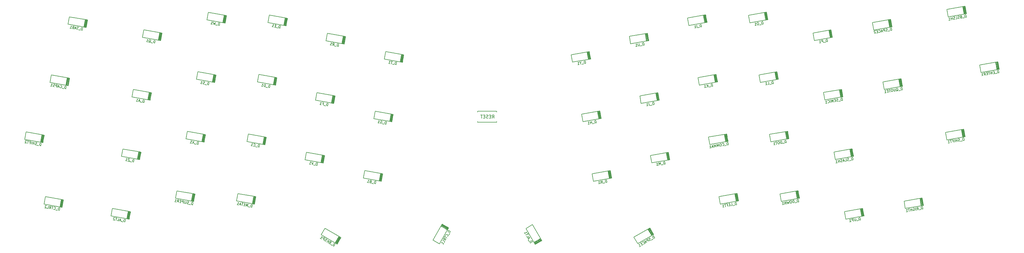
<source format=gbo>
G04 #@! TF.GenerationSoftware,KiCad,Pcbnew,(5.1.4-0-10_14)*
G04 #@! TF.CreationDate,2022-04-14T23:27:19-04:00*
G04 #@! TF.ProjectId,keyboard,6b657962-6f61-4726-942e-6b696361645f,rev?*
G04 #@! TF.SameCoordinates,Original*
G04 #@! TF.FileFunction,Legend,Bot*
G04 #@! TF.FilePolarity,Positive*
%FSLAX46Y46*%
G04 Gerber Fmt 4.6, Leading zero omitted, Abs format (unit mm)*
G04 Created by KiCad (PCBNEW (5.1.4-0-10_14)) date 2022-04-14 23:27:19*
%MOMM*%
%LPD*%
G04 APERTURE LIST*
%ADD10C,0.150000*%
%ADD11C,0.200000*%
%ADD12C,2.000000*%
%ADD13C,1.750000*%
%ADD14C,1.905000*%
%ADD15C,0.100000*%
%ADD16C,2.250000*%
%ADD17C,3.987800*%
%ADD18C,2.250000*%
%ADD19C,1.600000*%
%ADD20C,1.200000*%
%ADD21C,3.048000*%
%ADD22C,1.524000*%
G04 APERTURE END LIST*
D10*
X213876800Y-91976000D02*
X213876800Y-92226000D01*
X207876800Y-91976000D02*
X213876800Y-91976000D01*
X207876800Y-92226000D02*
X207876800Y-91976000D01*
X207876800Y-95476000D02*
X207876800Y-95226000D01*
X213876800Y-95476000D02*
X207876800Y-95476000D01*
X213876800Y-95226000D02*
X213876800Y-95476000D01*
D11*
X95690434Y-106271976D02*
X101402319Y-107279136D01*
X96107190Y-103908438D02*
X95690434Y-106271976D01*
X101819075Y-104915597D02*
X96107190Y-103908438D01*
X101745214Y-104902574D02*
X101328459Y-107266112D01*
X101622114Y-104880868D02*
X101205358Y-107244406D01*
X101426940Y-107283477D02*
X101843695Y-104919938D01*
X101449772Y-104850479D02*
X101033017Y-107214018D01*
X101277431Y-104820091D02*
X100860675Y-107183629D01*
X101105089Y-104789702D02*
X100688334Y-107153241D01*
X237761182Y-76553972D02*
X243473067Y-75546813D01*
X237344426Y-74190434D02*
X237761182Y-76553972D01*
X243056311Y-73183274D02*
X237344426Y-74190434D01*
X242982451Y-73196298D02*
X243399206Y-75559836D01*
X242859350Y-73218004D02*
X243276106Y-75581542D01*
X243497687Y-75542472D02*
X243080932Y-73178933D01*
X242687009Y-73248392D02*
X243103764Y-75611931D01*
X242514667Y-73278781D02*
X242931423Y-75642319D01*
X242342326Y-73309169D02*
X242759081Y-75672708D01*
X116013856Y-100716704D02*
X121725741Y-101723864D01*
X116430612Y-98353166D02*
X116013856Y-100716704D01*
X122142497Y-99360325D02*
X116430612Y-98353166D01*
X122068636Y-99347302D02*
X121651881Y-101710840D01*
X121945536Y-99325596D02*
X121528780Y-101689134D01*
X121750362Y-101728205D02*
X122167117Y-99364666D01*
X121773194Y-99295207D02*
X121356439Y-101658746D01*
X121600853Y-99264819D02*
X121184097Y-101628357D01*
X121428511Y-99234430D02*
X121011756Y-101597969D01*
X122629851Y-63195529D02*
X128341736Y-64202689D01*
X123046607Y-60831991D02*
X122629851Y-63195529D01*
X128758492Y-61839150D02*
X123046607Y-60831991D01*
X128684631Y-61826127D02*
X128267876Y-64189665D01*
X128561531Y-61804421D02*
X128144775Y-64167959D01*
X128366357Y-64207030D02*
X128783112Y-61843491D01*
X128389189Y-61774032D02*
X127972434Y-64137571D01*
X128216848Y-61743644D02*
X127800092Y-64107182D01*
X128044506Y-61713255D02*
X127627751Y-64076794D01*
X153535031Y-107332700D02*
X159246916Y-108339860D01*
X153951787Y-104969162D02*
X153535031Y-107332700D01*
X159663672Y-105976321D02*
X153951787Y-104969162D01*
X159589811Y-105963298D02*
X159173056Y-108326836D01*
X159466711Y-105941592D02*
X159049955Y-108305130D01*
X159271537Y-108344201D02*
X159688292Y-105980662D01*
X159294369Y-105911203D02*
X158877614Y-108274742D01*
X159122028Y-105880815D02*
X158705272Y-108244353D01*
X158949686Y-105850426D02*
X158532931Y-108213965D01*
X323856240Y-126004994D02*
X329568125Y-124997835D01*
X323439484Y-123641456D02*
X323856240Y-126004994D01*
X329151369Y-122634296D02*
X323439484Y-123641456D01*
X329077509Y-122647320D02*
X329494264Y-125010858D01*
X328954408Y-122669026D02*
X329371164Y-125032564D01*
X329592745Y-124993494D02*
X329175990Y-122629955D01*
X328782067Y-122699414D02*
X329198822Y-125062953D01*
X328609725Y-122729803D02*
X329026481Y-125093341D01*
X328437384Y-122760191D02*
X328854139Y-125123730D01*
X256087650Y-70783955D02*
X261799535Y-69776796D01*
X255670894Y-68420417D02*
X256087650Y-70783955D01*
X261382779Y-67413257D02*
X255670894Y-68420417D01*
X261308919Y-67426281D02*
X261725674Y-69789819D01*
X261185818Y-67447987D02*
X261602574Y-69811525D01*
X261824155Y-69772455D02*
X261407400Y-67408916D01*
X261013477Y-67478375D02*
X261430232Y-69841914D01*
X260841135Y-67508764D02*
X261257891Y-69872302D01*
X260668794Y-67539152D02*
X261085549Y-69902691D01*
X78855694Y-64615804D02*
X84567579Y-65622964D01*
X79272450Y-62252266D02*
X78855694Y-64615804D01*
X84984335Y-63259425D02*
X79272450Y-62252266D01*
X84910474Y-63246402D02*
X84493719Y-65609940D01*
X84787374Y-63224696D02*
X84370618Y-65588234D01*
X84592200Y-65627305D02*
X85008955Y-63263766D01*
X84615032Y-63194307D02*
X84198277Y-65557846D01*
X84442691Y-63163919D02*
X84025935Y-65527457D01*
X84270349Y-63133530D02*
X83853594Y-65497069D01*
X178477494Y-75581542D02*
X184189379Y-76588702D01*
X178894250Y-73218004D02*
X178477494Y-75581542D01*
X184606135Y-74225163D02*
X178894250Y-73218004D01*
X184532274Y-74212140D02*
X184115519Y-76575678D01*
X184409174Y-74190434D02*
X183992418Y-76553972D01*
X184214000Y-76593043D02*
X184630755Y-74229504D01*
X184236832Y-74160045D02*
X183820077Y-76523584D01*
X184064491Y-74129657D02*
X183647735Y-76493195D01*
X183892149Y-74099268D02*
X183475394Y-76462807D01*
X112705858Y-119477292D02*
X118417743Y-120484452D01*
X113122614Y-117113754D02*
X112705858Y-119477292D01*
X118834499Y-118120913D02*
X113122614Y-117113754D01*
X118760638Y-118107890D02*
X118343883Y-120471428D01*
X118637538Y-118086184D02*
X118220782Y-120449722D01*
X118442364Y-120488793D02*
X118859119Y-118125254D01*
X118465196Y-118055795D02*
X118048441Y-120419334D01*
X118292855Y-118025407D02*
X117876099Y-120388945D01*
X118120513Y-117995018D02*
X117703758Y-120358557D01*
X332692835Y-66415233D02*
X338404720Y-65408074D01*
X332276079Y-64051695D02*
X332692835Y-66415233D01*
X337987964Y-63044535D02*
X332276079Y-64051695D01*
X337914104Y-63057559D02*
X338330859Y-65421097D01*
X337791003Y-63079265D02*
X338207759Y-65442803D01*
X338429340Y-65403733D02*
X338012585Y-63040194D01*
X337618662Y-63109653D02*
X338035417Y-65473192D01*
X337446320Y-63140042D02*
X337863076Y-65503580D01*
X337273979Y-63170430D02*
X337690734Y-65533969D01*
X258309429Y-133785670D02*
X263332376Y-130885670D01*
X257109429Y-131707210D02*
X258309429Y-133785670D01*
X262132376Y-128807210D02*
X257109429Y-131707210D01*
X262067424Y-128844710D02*
X263267424Y-130923170D01*
X261959171Y-128907210D02*
X263159171Y-130985670D01*
X263354027Y-130873170D02*
X262154027Y-128794710D01*
X261807617Y-128994710D02*
X263007617Y-131073170D01*
X261656062Y-129082210D02*
X262856062Y-131160670D01*
X261504508Y-129169710D02*
X262704508Y-131248170D01*
X320548242Y-107244406D02*
X326260127Y-106237247D01*
X320131486Y-104880868D02*
X320548242Y-107244406D01*
X325843371Y-103873708D02*
X320131486Y-104880868D01*
X325769511Y-103886732D02*
X326186266Y-106250270D01*
X325646410Y-103908438D02*
X326063166Y-106271976D01*
X326284747Y-106232906D02*
X325867992Y-103869367D01*
X325474069Y-103938826D02*
X325890824Y-106302365D01*
X325301727Y-103969215D02*
X325718483Y-106332753D01*
X325129386Y-103999603D02*
X325546141Y-106363142D01*
X65204478Y-100896480D02*
X70916363Y-101903640D01*
X65621234Y-98532942D02*
X65204478Y-100896480D01*
X71333119Y-99540101D02*
X65621234Y-98532942D01*
X71259258Y-99527078D02*
X70842503Y-101890616D01*
X71136158Y-99505372D02*
X70719402Y-101868910D01*
X70940984Y-101907981D02*
X71357739Y-99544442D01*
X70963816Y-99474983D02*
X70547061Y-101838522D01*
X70791475Y-99444595D02*
X70374719Y-101808133D01*
X70619133Y-99414206D02*
X70202378Y-101777745D01*
X355724345Y-101041910D02*
X361436230Y-100034751D01*
X355307589Y-98678372D02*
X355724345Y-101041910D01*
X361019474Y-97671212D02*
X355307589Y-98678372D01*
X360945614Y-97684236D02*
X361362369Y-100047774D01*
X360822513Y-97705942D02*
X361239269Y-100069480D01*
X361460850Y-100030410D02*
X361044095Y-97666871D01*
X360650172Y-97736330D02*
X361066927Y-100099869D01*
X360477830Y-97766719D02*
X360894586Y-100130257D01*
X360305489Y-97797107D02*
X360722244Y-100160646D01*
X317240245Y-88483819D02*
X322952130Y-87476660D01*
X316823489Y-86120281D02*
X317240245Y-88483819D01*
X322535374Y-85113121D02*
X316823489Y-86120281D01*
X322461514Y-85126145D02*
X322878269Y-87489683D01*
X322338413Y-85147851D02*
X322755169Y-87511389D01*
X322976750Y-87472319D02*
X322559995Y-85108780D01*
X322166072Y-85178239D02*
X322582827Y-87541778D01*
X321993730Y-85208628D02*
X322410486Y-87572166D01*
X321821389Y-85239016D02*
X322238144Y-87602555D01*
X119321854Y-81956117D02*
X125033739Y-82963277D01*
X119738610Y-79592579D02*
X119321854Y-81956117D01*
X125450495Y-80599738D02*
X119738610Y-79592579D01*
X125376634Y-80586715D02*
X124959879Y-82950253D01*
X125253534Y-80565009D02*
X124836778Y-82928547D01*
X125058360Y-82967618D02*
X125475115Y-80604079D01*
X125081192Y-80534620D02*
X124664437Y-82898159D01*
X124908851Y-80504232D02*
X124492095Y-82867770D01*
X124736509Y-80473843D02*
X124319754Y-82837382D01*
X342616828Y-122696996D02*
X348328713Y-121689837D01*
X342200072Y-120333458D02*
X342616828Y-122696996D01*
X347911957Y-119326298D02*
X342200072Y-120333458D01*
X347838097Y-119339322D02*
X348254852Y-121702860D01*
X347714996Y-119361028D02*
X348131752Y-121724566D01*
X348353333Y-121685496D02*
X347936578Y-119321957D01*
X347542655Y-119391416D02*
X347959410Y-121754955D01*
X347370313Y-119421805D02*
X347787069Y-121785343D01*
X347197972Y-119452193D02*
X347614727Y-121815732D01*
X160151026Y-69811525D02*
X165862911Y-70818685D01*
X160567782Y-67447987D02*
X160151026Y-69811525D01*
X166279667Y-68455146D02*
X160567782Y-67447987D01*
X166205806Y-68442123D02*
X165789051Y-70805661D01*
X166082706Y-68420417D02*
X165665950Y-70783955D01*
X165887532Y-70823026D02*
X166304287Y-68459487D01*
X165910364Y-68390028D02*
X165493609Y-70753567D01*
X165738023Y-68359640D02*
X165321267Y-70723178D01*
X165565681Y-68329251D02*
X165148926Y-70692790D01*
X336000833Y-85175821D02*
X341712718Y-84168662D01*
X335584077Y-82812283D02*
X336000833Y-85175821D01*
X341295962Y-81805123D02*
X335584077Y-82812283D01*
X341222102Y-81818147D02*
X341638857Y-84181685D01*
X341099001Y-81839853D02*
X341515757Y-84203391D01*
X341737338Y-84164321D02*
X341320583Y-81800782D01*
X340926660Y-81870241D02*
X341343415Y-84233780D01*
X340754318Y-81900630D02*
X341171074Y-84264168D01*
X340581977Y-81931018D02*
X340998732Y-84294557D01*
X102306429Y-68750801D02*
X108018314Y-69757961D01*
X102723185Y-66387263D02*
X102306429Y-68750801D01*
X108435070Y-67394422D02*
X102723185Y-66387263D01*
X108361209Y-67381399D02*
X107944454Y-69744937D01*
X108238109Y-67359693D02*
X107821353Y-69723231D01*
X108042935Y-69762302D02*
X108459690Y-67398763D01*
X108065767Y-67329304D02*
X107649012Y-69692843D01*
X107893426Y-67298916D02*
X107476670Y-69662454D01*
X107721084Y-67268527D02*
X107304329Y-69632066D01*
X313932247Y-69723231D02*
X319644132Y-68716072D01*
X313515491Y-67359693D02*
X313932247Y-69723231D01*
X319227376Y-66352533D02*
X313515491Y-67359693D01*
X319153516Y-66365557D02*
X319570271Y-68729095D01*
X319030415Y-66387263D02*
X319447171Y-68750801D01*
X319668752Y-68711731D02*
X319251997Y-66348192D01*
X318858074Y-66417651D02*
X319274829Y-68781190D01*
X318685732Y-66448040D02*
X319102488Y-68811578D01*
X318513391Y-66478428D02*
X318930146Y-68841967D01*
X293608825Y-64167959D02*
X299320710Y-63160800D01*
X293192069Y-61804421D02*
X293608825Y-64167959D01*
X298903954Y-60797261D02*
X293192069Y-61804421D01*
X298830094Y-60810285D02*
X299246849Y-63173823D01*
X298706993Y-60831991D02*
X299123749Y-63195529D01*
X299345330Y-63156459D02*
X298928575Y-60792920D01*
X298534652Y-60862379D02*
X298951407Y-63225918D01*
X298362310Y-60892768D02*
X298779066Y-63256306D01*
X298189969Y-60923156D02*
X298606724Y-63286695D01*
X244377177Y-114075147D02*
X250089062Y-113067988D01*
X243960421Y-111711609D02*
X244377177Y-114075147D01*
X249672306Y-110704449D02*
X243960421Y-111711609D01*
X249598446Y-110717473D02*
X250015201Y-113081011D01*
X249475345Y-110739179D02*
X249892101Y-113102717D01*
X250113682Y-113063647D02*
X249696927Y-110700108D01*
X249303004Y-110769567D02*
X249719759Y-113133106D01*
X249130662Y-110799956D02*
X249547418Y-113163494D01*
X248958321Y-110830344D02*
X249375076Y-113193883D01*
X131900565Y-120323271D02*
X137612450Y-121330431D01*
X132317321Y-117959733D02*
X131900565Y-120323271D01*
X138029206Y-118966892D02*
X132317321Y-117959733D01*
X137955345Y-118953869D02*
X137538590Y-121317407D01*
X137832245Y-118932163D02*
X137415489Y-121295701D01*
X137637071Y-121334772D02*
X138053826Y-118971233D01*
X137659903Y-118901774D02*
X137243148Y-121265313D01*
X137487562Y-118871386D02*
X137070806Y-121234924D01*
X137315220Y-118840997D02*
X136898465Y-121204536D01*
X262703645Y-108305130D02*
X268415530Y-107297971D01*
X262286889Y-105941592D02*
X262703645Y-108305130D01*
X267998774Y-104934432D02*
X262286889Y-105941592D01*
X267924914Y-104947456D02*
X268341669Y-107310994D01*
X267801813Y-104969162D02*
X268218569Y-107332700D01*
X268440150Y-107293630D02*
X268023395Y-104930091D01*
X267629472Y-104999550D02*
X268046227Y-107363089D01*
X267457130Y-105029939D02*
X267873886Y-107393477D01*
X267284789Y-105060327D02*
X267701544Y-107423866D01*
X284338111Y-121295701D02*
X290049996Y-120288542D01*
X283921355Y-118932163D02*
X284338111Y-121295701D01*
X289633240Y-117925003D02*
X283921355Y-118932163D01*
X289559380Y-117938027D02*
X289976135Y-120301565D01*
X289436279Y-117959733D02*
X289853035Y-120323271D01*
X290074616Y-120284201D02*
X289657861Y-117920662D01*
X289263938Y-117990121D02*
X289680693Y-120353660D01*
X289091596Y-118020510D02*
X289508352Y-120384048D01*
X288919255Y-118050898D02*
X289336010Y-120414437D01*
X296916823Y-82928547D02*
X302628708Y-81921388D01*
X296500067Y-80565009D02*
X296916823Y-82928547D01*
X302211952Y-79557849D02*
X296500067Y-80565009D01*
X302138092Y-79570873D02*
X302554847Y-81934411D01*
X302014991Y-79592579D02*
X302431747Y-81956117D01*
X302653328Y-81917047D02*
X302236573Y-79553508D01*
X301842650Y-79622967D02*
X302259405Y-81986506D01*
X301670308Y-79653356D02*
X302087064Y-82016894D01*
X301497967Y-79683744D02*
X301914722Y-82047283D01*
X277722116Y-83774526D02*
X283434001Y-82767367D01*
X277305360Y-81410988D02*
X277722116Y-83774526D01*
X283017245Y-80403828D02*
X277305360Y-81410988D01*
X282943385Y-80416852D02*
X283360140Y-82780390D01*
X282820284Y-80438558D02*
X283237040Y-82802096D01*
X283458621Y-82763026D02*
X283041866Y-80399487D01*
X282647943Y-80468946D02*
X283064698Y-82832485D01*
X282475601Y-80499335D02*
X282892357Y-82862873D01*
X282303260Y-80529723D02*
X282720015Y-82893262D01*
X259395648Y-89544543D02*
X265107533Y-88537384D01*
X258978892Y-87181005D02*
X259395648Y-89544543D01*
X264690777Y-86173845D02*
X258978892Y-87181005D01*
X264616917Y-86186869D02*
X265033672Y-88550407D01*
X264493816Y-86208575D02*
X264910572Y-88572113D01*
X265132153Y-88533043D02*
X264715398Y-86169504D01*
X264321475Y-86238963D02*
X264738230Y-88602502D01*
X264149133Y-86269352D02*
X264565889Y-88632890D01*
X263976792Y-86299740D02*
X264393547Y-88663279D01*
X274414118Y-65013938D02*
X280126003Y-64006779D01*
X273997362Y-62650400D02*
X274414118Y-65013938D01*
X279709247Y-61643240D02*
X273997362Y-62650400D01*
X279635387Y-61656264D02*
X280052142Y-64019802D01*
X279512286Y-61677970D02*
X279929042Y-64041508D01*
X280150623Y-64002438D02*
X279733868Y-61638899D01*
X279339945Y-61708358D02*
X279756700Y-64071897D01*
X279167603Y-61738747D02*
X279584359Y-64102285D01*
X278995262Y-61769135D02*
X279412017Y-64132674D01*
X241069180Y-95314560D02*
X246781065Y-94307401D01*
X240652424Y-92951022D02*
X241069180Y-95314560D01*
X246364309Y-91943862D02*
X240652424Y-92951022D01*
X246290449Y-91956886D02*
X246707204Y-94320424D01*
X246167348Y-91978592D02*
X246584104Y-94342130D01*
X246805685Y-94303060D02*
X246388930Y-91939521D01*
X245995007Y-92008980D02*
X246411762Y-94372519D01*
X245822665Y-92039369D02*
X246239421Y-94402907D01*
X245650324Y-92069757D02*
X246067079Y-94433296D01*
X175169497Y-94342130D02*
X180881382Y-95349290D01*
X175586253Y-91978592D02*
X175169497Y-94342130D01*
X181298138Y-92985751D02*
X175586253Y-91978592D01*
X181224277Y-92972728D02*
X180807522Y-95336266D01*
X181101177Y-92951022D02*
X180684421Y-95314560D01*
X180906003Y-95353631D02*
X181322758Y-92990092D01*
X180928835Y-92920633D02*
X180512080Y-95284172D01*
X180756494Y-92890245D02*
X180339738Y-95253783D01*
X180584152Y-92859856D02*
X180167397Y-95223395D01*
X156843029Y-88572113D02*
X162554914Y-89579273D01*
X157259785Y-86208575D02*
X156843029Y-88572113D01*
X162971670Y-87215734D02*
X157259785Y-86208575D01*
X162897809Y-87202711D02*
X162481054Y-89566249D01*
X162774709Y-87181005D02*
X162357953Y-89544543D01*
X162579535Y-89583614D02*
X162996290Y-87220075D01*
X162602367Y-87150616D02*
X162185612Y-89514155D01*
X162430026Y-87120228D02*
X162013270Y-89483766D01*
X162257684Y-87089839D02*
X161840929Y-89453378D01*
X366486788Y-79800325D02*
X372198673Y-78793166D01*
X366070032Y-77436787D02*
X366486788Y-79800325D01*
X371781917Y-76429627D02*
X366070032Y-77436787D01*
X371708057Y-76442651D02*
X372124812Y-78806189D01*
X371584956Y-76464357D02*
X372001712Y-78827895D01*
X372223293Y-78788825D02*
X371806538Y-76425286D01*
X371412615Y-76494745D02*
X371829370Y-78858284D01*
X371240273Y-76525134D02*
X371657029Y-78888672D01*
X371067932Y-76555522D02*
X371484687Y-78919061D01*
X141824558Y-64041508D02*
X147536443Y-65048668D01*
X142241314Y-61677970D02*
X141824558Y-64041508D01*
X147953199Y-62685129D02*
X142241314Y-61677970D01*
X147879338Y-62672106D02*
X147462583Y-65035644D01*
X147756238Y-62650400D02*
X147339482Y-65013938D01*
X147561064Y-65053009D02*
X147977819Y-62689470D01*
X147583896Y-62620011D02*
X147167141Y-64983550D01*
X147411555Y-62589623D02*
X146994799Y-64953161D01*
X147239213Y-62559234D02*
X146822458Y-64922773D01*
X303532818Y-120449722D02*
X309244703Y-119442563D01*
X303116062Y-118086184D02*
X303532818Y-120449722D01*
X308827947Y-117079024D02*
X303116062Y-118086184D01*
X308754087Y-117092048D02*
X309170842Y-119455586D01*
X308630986Y-117113754D02*
X309047742Y-119477292D01*
X309269323Y-119438222D02*
X308852568Y-117074683D01*
X308458645Y-117144142D02*
X308875400Y-119507681D01*
X308286303Y-117174531D02*
X308703059Y-119538069D01*
X308113962Y-117204919D02*
X308530717Y-119568458D01*
X300224820Y-101689134D02*
X305936705Y-100681975D01*
X299808064Y-99325596D02*
X300224820Y-101689134D01*
X305519949Y-98318436D02*
X299808064Y-99325596D01*
X305446089Y-98331460D02*
X305862844Y-100694998D01*
X305322988Y-98353166D02*
X305739744Y-100716704D01*
X305961325Y-100677634D02*
X305544570Y-98314095D01*
X305150647Y-98383554D02*
X305567402Y-100747093D01*
X304978305Y-98413943D02*
X305395061Y-100777481D01*
X304805964Y-98444331D02*
X305222719Y-100807870D01*
X138516561Y-82802096D02*
X144228446Y-83809256D01*
X138933317Y-80438558D02*
X138516561Y-82802096D01*
X144645202Y-81445717D02*
X138933317Y-80438558D01*
X144571341Y-81432694D02*
X144154586Y-83796232D01*
X144448241Y-81410988D02*
X144031485Y-83774526D01*
X144253067Y-83813597D02*
X144669822Y-81450058D01*
X144275899Y-81380599D02*
X143859144Y-83744138D01*
X144103558Y-81350211D02*
X143686802Y-83713749D01*
X143931216Y-81319822D02*
X143514461Y-83683361D01*
X71276775Y-121311067D02*
X76988660Y-122318227D01*
X71693531Y-118947529D02*
X71276775Y-121311067D01*
X77405416Y-119954688D02*
X71693531Y-118947529D01*
X77331555Y-119941665D02*
X76914800Y-122305203D01*
X77208455Y-119919959D02*
X76791699Y-122283497D01*
X77013281Y-122322568D02*
X77430036Y-119959029D01*
X77036113Y-119889570D02*
X76619358Y-122253109D01*
X76863772Y-119859182D02*
X76447016Y-122222720D01*
X76691430Y-119828793D02*
X76274675Y-122192332D01*
X195857577Y-133816504D02*
X198757577Y-128793557D01*
X193779117Y-132616504D02*
X195857577Y-133816504D01*
X196679117Y-127593557D02*
X193779117Y-132616504D01*
X196641617Y-127658509D02*
X198720077Y-128858509D01*
X196579117Y-127766762D02*
X198657577Y-128966762D01*
X198770077Y-128771906D02*
X196691617Y-127571906D01*
X196491617Y-127918316D02*
X198570077Y-129118316D01*
X196404117Y-128069871D02*
X198482577Y-129269871D01*
X196316617Y-128221425D02*
X198395077Y-129421425D01*
X281030113Y-102535113D02*
X286741998Y-101527954D01*
X280613357Y-100171575D02*
X281030113Y-102535113D01*
X286325242Y-99164415D02*
X280613357Y-100171575D01*
X286251382Y-99177439D02*
X286668137Y-101540977D01*
X286128281Y-99199145D02*
X286545037Y-101562683D01*
X286766618Y-101523613D02*
X286349863Y-99160074D01*
X285955940Y-99229533D02*
X286372695Y-101593072D01*
X285783598Y-99259922D02*
X286200354Y-101623460D01*
X285611257Y-99290310D02*
X286028012Y-101653849D01*
X73202623Y-82962892D02*
X78914508Y-83970052D01*
X73619379Y-80599354D02*
X73202623Y-82962892D01*
X79331264Y-81606513D02*
X73619379Y-80599354D01*
X79257403Y-81593490D02*
X78840648Y-83957028D01*
X79134303Y-81571784D02*
X78717547Y-83935322D01*
X78939129Y-83974393D02*
X79355884Y-81610854D01*
X78961961Y-81541395D02*
X78545206Y-83904934D01*
X78789620Y-81511007D02*
X78372864Y-83874545D01*
X78617278Y-81480618D02*
X78200523Y-83844157D01*
X135208563Y-101562683D02*
X140920448Y-102569843D01*
X135625319Y-99199145D02*
X135208563Y-101562683D01*
X141337204Y-100206304D02*
X135625319Y-99199145D01*
X141263343Y-100193281D02*
X140846588Y-102556819D01*
X141140243Y-100171575D02*
X140723487Y-102535113D01*
X140945069Y-102574184D02*
X141361824Y-100210645D01*
X140967901Y-100141186D02*
X140551146Y-102504725D01*
X140795560Y-100110798D02*
X140378804Y-102474336D01*
X140623218Y-100080409D02*
X140206463Y-102443948D01*
X356143570Y-62280236D02*
X361855455Y-61273077D01*
X355726814Y-59916698D02*
X356143570Y-62280236D01*
X361438699Y-58909538D02*
X355726814Y-59916698D01*
X361364839Y-58922562D02*
X361781594Y-61286100D01*
X361241738Y-58944268D02*
X361658494Y-61307806D01*
X361880075Y-61268736D02*
X361463320Y-58905197D01*
X361069397Y-58974656D02*
X361486152Y-61338195D01*
X360897055Y-59005045D02*
X361313811Y-61368583D01*
X360724714Y-59035433D02*
X361141469Y-61398972D01*
X158594429Y-130985670D02*
X163617376Y-133885670D01*
X159794429Y-128907210D02*
X158594429Y-130985670D01*
X164817376Y-131807210D02*
X159794429Y-128907210D01*
X164752424Y-131769710D02*
X163552424Y-133848170D01*
X164644171Y-131707210D02*
X163444171Y-133785670D01*
X163639027Y-133898170D02*
X164839027Y-131819710D01*
X164492617Y-131619710D02*
X163292617Y-133698170D01*
X164341062Y-131532210D02*
X163141062Y-133610670D01*
X164189508Y-131444710D02*
X162989508Y-133523170D01*
X171861499Y-113102717D02*
X177573384Y-114109877D01*
X172278255Y-110739179D02*
X171861499Y-113102717D01*
X177990140Y-111746338D02*
X172278255Y-110739179D01*
X177916279Y-111733315D02*
X177499524Y-114096853D01*
X177793179Y-111711609D02*
X177376423Y-114075147D01*
X177598005Y-114114218D02*
X178014760Y-111750679D01*
X177620837Y-111681220D02*
X177204082Y-114044759D01*
X177448496Y-111650832D02*
X177031740Y-114014370D01*
X177276154Y-111620443D02*
X176859399Y-113983982D01*
X92382436Y-125032564D02*
X98094321Y-126039724D01*
X92799192Y-122669026D02*
X92382436Y-125032564D01*
X98511077Y-123676185D02*
X92799192Y-122669026D01*
X98437216Y-123663162D02*
X98020461Y-126026700D01*
X98314116Y-123641456D02*
X97897360Y-126004994D01*
X98118942Y-126044065D02*
X98535697Y-123680526D01*
X98141774Y-123611067D02*
X97725019Y-125974606D01*
X97969433Y-123580679D02*
X97552677Y-125944217D01*
X97797091Y-123550290D02*
X97380336Y-125913829D01*
X223096023Y-128966762D02*
X225996023Y-133989709D01*
X225174483Y-127766762D02*
X223096023Y-128966762D01*
X228074483Y-132789709D02*
X225174483Y-127766762D01*
X228036983Y-132724757D02*
X225958523Y-133924757D01*
X227974483Y-132616504D02*
X225896023Y-133816504D01*
X226008523Y-134011360D02*
X228086983Y-132811360D01*
X227886983Y-132464950D02*
X225808523Y-133664950D01*
X227799483Y-132313395D02*
X225721023Y-133513395D01*
X227711983Y-132161841D02*
X225633523Y-133361841D01*
X98998432Y-87511389D02*
X104710317Y-88518549D01*
X99415188Y-85147851D02*
X98998432Y-87511389D01*
X105127073Y-86155010D02*
X99415188Y-85147851D01*
X105053212Y-86141987D02*
X104636457Y-88505525D01*
X104930112Y-86120281D02*
X104513356Y-88483819D01*
X104734938Y-88522890D02*
X105151693Y-86159351D01*
X104757770Y-86089892D02*
X104341015Y-88453431D01*
X104585429Y-86059504D02*
X104168673Y-88423042D01*
X104413087Y-86029115D02*
X103996332Y-88392654D01*
D10*
X212456180Y-94178380D02*
X212789514Y-93702190D01*
X213027609Y-94178380D02*
X213027609Y-93178380D01*
X212646657Y-93178380D01*
X212551419Y-93226000D01*
X212503800Y-93273619D01*
X212456180Y-93368857D01*
X212456180Y-93511714D01*
X212503800Y-93606952D01*
X212551419Y-93654571D01*
X212646657Y-93702190D01*
X213027609Y-93702190D01*
X212027609Y-93654571D02*
X211694276Y-93654571D01*
X211551419Y-94178380D02*
X212027609Y-94178380D01*
X212027609Y-93178380D01*
X211551419Y-93178380D01*
X211170466Y-94130761D02*
X211027609Y-94178380D01*
X210789514Y-94178380D01*
X210694276Y-94130761D01*
X210646657Y-94083142D01*
X210599038Y-93987904D01*
X210599038Y-93892666D01*
X210646657Y-93797428D01*
X210694276Y-93749809D01*
X210789514Y-93702190D01*
X210979990Y-93654571D01*
X211075228Y-93606952D01*
X211122847Y-93559333D01*
X211170466Y-93464095D01*
X211170466Y-93368857D01*
X211122847Y-93273619D01*
X211075228Y-93226000D01*
X210979990Y-93178380D01*
X210741895Y-93178380D01*
X210599038Y-93226000D01*
X210170466Y-93654571D02*
X209837133Y-93654571D01*
X209694276Y-94178380D02*
X210170466Y-94178380D01*
X210170466Y-93178380D01*
X209694276Y-93178380D01*
X209408561Y-93178380D02*
X208837133Y-93178380D01*
X209122847Y-94178380D02*
X209122847Y-93178380D01*
X99515959Y-108050191D02*
X99654877Y-107262345D01*
X99467295Y-107229269D01*
X99348130Y-107246940D01*
X99259867Y-107308743D01*
X99209120Y-107377161D01*
X99145143Y-107520611D01*
X99125297Y-107633161D01*
X99136353Y-107789842D01*
X99160639Y-107871490D01*
X99222442Y-107959753D01*
X99328376Y-108017115D01*
X99515959Y-108050191D01*
X98902465Y-108019382D02*
X98302201Y-107913539D01*
X98341800Y-107030814D02*
X97816569Y-106938202D01*
X98202882Y-107818660D01*
X97677651Y-107726048D01*
X96964838Y-107600360D02*
X97415035Y-107679742D01*
X97189937Y-107640051D02*
X97328855Y-106852205D01*
X97384043Y-106977984D01*
X97445845Y-107066248D01*
X97514263Y-107116995D01*
X241926668Y-76923156D02*
X241787750Y-76135310D01*
X241600167Y-76168386D01*
X241494233Y-76225748D01*
X241432430Y-76314011D01*
X241408144Y-76395659D01*
X241397089Y-76552340D01*
X241416934Y-76664890D01*
X241480911Y-76808341D01*
X241531658Y-76876758D01*
X241619921Y-76938561D01*
X241739086Y-76956232D01*
X241926668Y-76923156D01*
X241339635Y-77104032D02*
X240739371Y-77209875D01*
X240322341Y-76819213D02*
X240388492Y-77194378D01*
X240512189Y-76360226D02*
X240322341Y-76819213D01*
X239986959Y-76452838D01*
X239450580Y-77359757D02*
X239900778Y-77280375D01*
X239675679Y-77320066D02*
X239536761Y-76532220D01*
X239631639Y-76631539D01*
X239719902Y-76693342D01*
X239801551Y-76717628D01*
X119839381Y-102494919D02*
X119978299Y-101707073D01*
X119790717Y-101673997D01*
X119671552Y-101691668D01*
X119583289Y-101753471D01*
X119532542Y-101821889D01*
X119468565Y-101965339D01*
X119448719Y-102077889D01*
X119459775Y-102234570D01*
X119484061Y-102316218D01*
X119545864Y-102404481D01*
X119651798Y-102461843D01*
X119839381Y-102494919D01*
X119225887Y-102464110D02*
X118625623Y-102358267D01*
X118665222Y-101475542D02*
X118001073Y-102170776D01*
X118139991Y-101382930D02*
X118526304Y-102263388D01*
X117288260Y-102045088D02*
X117738457Y-102124470D01*
X117513359Y-102084779D02*
X117652277Y-101296933D01*
X117707465Y-101422712D01*
X117769267Y-101510976D01*
X117837685Y-101561723D01*
X126530409Y-64986975D02*
X126669327Y-64199128D01*
X126481745Y-64166053D01*
X126362580Y-64183724D01*
X126274317Y-64245526D01*
X126223570Y-64313944D01*
X126159593Y-64457395D01*
X126139747Y-64569944D01*
X126150803Y-64726625D01*
X126175089Y-64808273D01*
X126236892Y-64896537D01*
X126342826Y-64953899D01*
X126530409Y-64986975D01*
X125916915Y-64956165D02*
X125316651Y-64850322D01*
X125356250Y-63967597D02*
X125029749Y-64722368D01*
X124978911Y-64133160D01*
X124729617Y-64669447D01*
X124680953Y-63848524D01*
X123829222Y-64510682D02*
X124279419Y-64590064D01*
X124054321Y-64550373D02*
X124193239Y-63762527D01*
X124248427Y-63888307D01*
X124310229Y-63976570D01*
X124378647Y-64027317D01*
X157323039Y-109104300D02*
X157461958Y-108316454D01*
X157274375Y-108283378D01*
X157155211Y-108301049D01*
X157066947Y-108362852D01*
X157016201Y-108431269D01*
X156952223Y-108574720D01*
X156932378Y-108687270D01*
X156943434Y-108843951D01*
X156967720Y-108925599D01*
X157029522Y-109013862D01*
X157135457Y-109071224D01*
X157323039Y-109104300D01*
X156709545Y-109073490D02*
X156109281Y-108967648D01*
X156186397Y-108091538D02*
X155784863Y-108833078D01*
X155661166Y-107998926D01*
X154846951Y-108667699D02*
X155297149Y-108747081D01*
X155072050Y-108707390D02*
X155210969Y-107919544D01*
X155266156Y-108045324D01*
X155327959Y-108133587D01*
X155396376Y-108184334D01*
X328490682Y-126291489D02*
X328351764Y-125503642D01*
X328164181Y-125536718D01*
X328058247Y-125594080D01*
X327996445Y-125682343D01*
X327972158Y-125763992D01*
X327961103Y-125920673D01*
X327980948Y-126033222D01*
X328044925Y-126176673D01*
X328095672Y-126245091D01*
X328183935Y-126306893D01*
X328303100Y-126324564D01*
X328490682Y-126291489D01*
X327903649Y-126472364D02*
X327303385Y-126578207D01*
X326963654Y-125748404D02*
X327076112Y-126386184D01*
X327051826Y-126467832D01*
X327020924Y-126511964D01*
X326952507Y-126562710D01*
X326802441Y-126589171D01*
X326720792Y-126564885D01*
X326676661Y-126533984D01*
X326625914Y-126465566D01*
X326513456Y-125827786D01*
X326277210Y-126681783D02*
X326138291Y-125893937D01*
X325838159Y-125946859D01*
X325769742Y-125997605D01*
X325738840Y-126041737D01*
X325714554Y-126123385D01*
X325734400Y-126235935D01*
X325785146Y-126304353D01*
X325829278Y-126335254D01*
X325910926Y-126359540D01*
X326211058Y-126306619D01*
X325076682Y-126893469D02*
X325526880Y-126814087D01*
X325301781Y-126853778D02*
X325162863Y-126065932D01*
X325257741Y-126165251D01*
X325346004Y-126227053D01*
X325427653Y-126251340D01*
X260328169Y-71139909D02*
X260189251Y-70352063D01*
X260001668Y-70385138D01*
X259895734Y-70442500D01*
X259833931Y-70530764D01*
X259809645Y-70612412D01*
X259798590Y-70769093D01*
X259818435Y-70881642D01*
X259882412Y-71025093D01*
X259933159Y-71093511D01*
X260021422Y-71155314D01*
X260140587Y-71172985D01*
X260328169Y-71139909D01*
X259741136Y-71320784D02*
X259140872Y-71426627D01*
X258801141Y-70596824D02*
X258913599Y-71234604D01*
X258889313Y-71316252D01*
X258858411Y-71360384D01*
X258789993Y-71411131D01*
X258639928Y-71437591D01*
X258558279Y-71413305D01*
X258514148Y-71382404D01*
X258463401Y-71313986D01*
X258350943Y-70676206D01*
X257702015Y-71602971D02*
X258152213Y-71523589D01*
X257927114Y-71563280D02*
X257788196Y-70775433D01*
X257883074Y-70874753D01*
X257971338Y-70936555D01*
X258052986Y-70960841D01*
X83337757Y-66509785D02*
X83476676Y-65721939D01*
X83289093Y-65688863D01*
X83169929Y-65706534D01*
X83081665Y-65768336D01*
X83030919Y-65836754D01*
X82966941Y-65980205D01*
X82947096Y-66092754D01*
X82958152Y-66249435D01*
X82982438Y-66331084D01*
X83044240Y-66419347D01*
X83150175Y-66476709D01*
X83337757Y-66509785D01*
X82724263Y-66478975D02*
X82123999Y-66373132D01*
X82201115Y-65497023D02*
X81750917Y-65417641D01*
X81837098Y-66245178D02*
X81976016Y-65457332D01*
X81426591Y-65940697D02*
X81051426Y-65874545D01*
X81461933Y-66179026D02*
X81338236Y-65344874D01*
X80936702Y-66086414D01*
X80484238Y-65581120D02*
X80365074Y-65598791D01*
X80320942Y-65629693D01*
X80270195Y-65698110D01*
X80250350Y-65810660D01*
X80274636Y-65892308D01*
X80305537Y-65936440D01*
X80373955Y-65987186D01*
X80674087Y-66040108D01*
X80813005Y-65252262D01*
X80550390Y-65205955D01*
X80468742Y-65230242D01*
X80424610Y-65261143D01*
X80373863Y-65329561D01*
X80360633Y-65404594D01*
X80384919Y-65486242D01*
X80415820Y-65530373D01*
X80484238Y-65581120D01*
X80746854Y-65627426D01*
X79473559Y-65828422D02*
X79923757Y-65907804D01*
X79698658Y-65868113D02*
X79837577Y-65080267D01*
X79892764Y-65206047D01*
X79954567Y-65294310D01*
X80022984Y-65345057D01*
X182227986Y-77346527D02*
X182366904Y-76558681D01*
X182179322Y-76525605D01*
X182060157Y-76543276D01*
X181971894Y-76605078D01*
X181921147Y-76673496D01*
X181857170Y-76816947D01*
X181837324Y-76929497D01*
X181848380Y-77086178D01*
X181872666Y-77167826D01*
X181934469Y-77256089D01*
X182040403Y-77313451D01*
X182227986Y-77346527D01*
X181614492Y-77315717D02*
X181014228Y-77209875D01*
X181091344Y-76333765D02*
X180641146Y-76254383D01*
X180727326Y-77081920D02*
X180866245Y-76294074D01*
X179826931Y-76923156D02*
X180277128Y-77002538D01*
X180052030Y-76962847D02*
X180190948Y-76175001D01*
X180246136Y-76300781D01*
X180307938Y-76389044D01*
X180376356Y-76439791D01*
X118088317Y-121530037D02*
X118227235Y-120742191D01*
X118039653Y-120709115D01*
X117920488Y-120726786D01*
X117832225Y-120788588D01*
X117781478Y-120857006D01*
X117717501Y-121000457D01*
X117697656Y-121113006D01*
X117708711Y-121269687D01*
X117732997Y-121351336D01*
X117794800Y-121439599D01*
X117900734Y-121496961D01*
X118088317Y-121530037D01*
X117474823Y-121499227D02*
X116874559Y-121393384D01*
X116744339Y-121254374D02*
X116625174Y-121272045D01*
X116437591Y-121238969D01*
X116369174Y-121188223D01*
X116338272Y-121144091D01*
X116313986Y-121062443D01*
X116327217Y-120987410D01*
X116377963Y-120918992D01*
X116422095Y-120888091D01*
X116503743Y-120863804D01*
X116660424Y-120852749D01*
X116742072Y-120828463D01*
X116786204Y-120797561D01*
X116836951Y-120729143D01*
X116850181Y-120654110D01*
X116825895Y-120572462D01*
X116794994Y-120528331D01*
X116726576Y-120477584D01*
X116538994Y-120444508D01*
X116419829Y-120462179D01*
X116088796Y-120365126D02*
X115976338Y-121002906D01*
X115925591Y-121071324D01*
X115881459Y-121102225D01*
X115799811Y-121126511D01*
X115649745Y-121100051D01*
X115581327Y-121049304D01*
X115550426Y-121005172D01*
X115526140Y-120923524D01*
X115638598Y-120285744D01*
X115124514Y-121007438D02*
X115263433Y-120219592D01*
X114963301Y-120166671D01*
X114881653Y-120190957D01*
X114837521Y-120221858D01*
X114786774Y-120290276D01*
X114766929Y-120402826D01*
X114791215Y-120484474D01*
X114822116Y-120528605D01*
X114890534Y-120579352D01*
X115190666Y-120632274D01*
X114409435Y-120455839D02*
X114146820Y-120409532D01*
X113961503Y-120802368D02*
X114336668Y-120868520D01*
X114475587Y-120080674D01*
X114100422Y-120014522D01*
X113173657Y-120663450D02*
X113502424Y-120334591D01*
X113623855Y-120742832D02*
X113762774Y-119954985D01*
X113462642Y-119902064D01*
X113380994Y-119926350D01*
X113336862Y-119957252D01*
X113286115Y-120025669D01*
X113266270Y-120138219D01*
X113290556Y-120219867D01*
X113321457Y-120263999D01*
X113389875Y-120314745D01*
X113690007Y-120367667D01*
X112423327Y-120531146D02*
X112873525Y-120610528D01*
X112648426Y-120570837D02*
X112787345Y-119782991D01*
X112842532Y-119908771D01*
X112904335Y-119997034D01*
X112972753Y-120047781D01*
X338377739Y-66516503D02*
X338238821Y-65728657D01*
X338051238Y-65761732D01*
X337945304Y-65819094D01*
X337883501Y-65907358D01*
X337859215Y-65989006D01*
X337848159Y-66145687D01*
X337868005Y-66258236D01*
X337931982Y-66401687D01*
X337982729Y-66470105D01*
X338070992Y-66531908D01*
X338190157Y-66549579D01*
X338377739Y-66516503D01*
X337790706Y-66697378D02*
X337190442Y-66803221D01*
X337020530Y-66717132D02*
X336914596Y-66774494D01*
X336727014Y-66807570D01*
X336645366Y-66783284D01*
X336601234Y-66752383D01*
X336550487Y-66683965D01*
X336537257Y-66608932D01*
X336561543Y-66527284D01*
X336592444Y-66483152D01*
X336660862Y-66432405D01*
X336804313Y-66368428D01*
X336872731Y-66317681D01*
X336903632Y-66273550D01*
X336927918Y-66191902D01*
X336914688Y-66116869D01*
X336863941Y-66048451D01*
X336819809Y-66017549D01*
X336738161Y-65993263D01*
X336550579Y-66026339D01*
X336444644Y-66083701D01*
X336239299Y-66893567D02*
X336100381Y-66105721D01*
X335800249Y-66158643D01*
X335731831Y-66209389D01*
X335700930Y-66253521D01*
X335676644Y-66335169D01*
X335696489Y-66447719D01*
X335747236Y-66516136D01*
X335791368Y-66547038D01*
X335873016Y-66571324D01*
X336173148Y-66518403D01*
X335449279Y-66800772D02*
X335074114Y-66866924D01*
X335564003Y-67012640D02*
X335162469Y-66271100D01*
X335038772Y-67105253D01*
X334312728Y-67155908D02*
X334356860Y-67186809D01*
X334476025Y-67204480D01*
X334551058Y-67191250D01*
X334656992Y-67133888D01*
X334718794Y-67045625D01*
X334743081Y-66963977D01*
X334754136Y-66807295D01*
X334734291Y-66694746D01*
X334670314Y-66551295D01*
X334619567Y-66482877D01*
X334531304Y-66421075D01*
X334412139Y-66403404D01*
X334337106Y-66416634D01*
X334231172Y-66473996D01*
X334200270Y-66518128D01*
X333915543Y-66877796D02*
X333652928Y-66924102D01*
X333613145Y-67356629D02*
X333988310Y-67290478D01*
X333849392Y-66502631D01*
X333474227Y-66568783D01*
X333187325Y-66696737D02*
X333143194Y-66665836D01*
X333061545Y-66641550D01*
X332873963Y-66674626D01*
X332805545Y-66725373D01*
X332774644Y-66769504D01*
X332750358Y-66851152D01*
X332763588Y-66926185D01*
X332820950Y-67032120D01*
X333350530Y-67402935D01*
X332862816Y-67488933D01*
X263686127Y-131936481D02*
X263286127Y-131243661D01*
X263121170Y-131338899D01*
X263041243Y-131429033D01*
X263013356Y-131533111D01*
X263018460Y-131618142D01*
X263061659Y-131769155D01*
X263118801Y-131868129D01*
X263227983Y-131981048D01*
X263299070Y-132027983D01*
X263403148Y-132055871D01*
X263521170Y-132031719D01*
X263686127Y-131936481D01*
X263196359Y-132307226D02*
X262668496Y-132611988D01*
X262479388Y-132589204D02*
X262399461Y-132679338D01*
X262234504Y-132774576D01*
X262149473Y-132779680D01*
X262097434Y-132765736D01*
X262026348Y-132718801D01*
X261988252Y-132652818D01*
X261983148Y-132567788D01*
X261997092Y-132515749D01*
X262044028Y-132444662D01*
X262156946Y-132335480D01*
X262203881Y-132264393D01*
X262217825Y-132212354D01*
X262212721Y-132127324D01*
X262174626Y-132061341D01*
X262103539Y-132014405D01*
X262051500Y-132000462D01*
X261966470Y-132005565D01*
X261801512Y-132100804D01*
X261721586Y-132190938D01*
X261805615Y-133022195D02*
X261405615Y-132329375D01*
X261141683Y-132481756D01*
X261094748Y-132552843D01*
X261080804Y-132604882D01*
X261085908Y-132689912D01*
X261143051Y-132788887D01*
X261214138Y-132835822D01*
X261266177Y-132849766D01*
X261351207Y-132844662D01*
X261615139Y-132692281D01*
X261031500Y-133205199D02*
X260701586Y-133395675D01*
X261211769Y-133365052D02*
X260580829Y-132805565D01*
X260749889Y-133631719D01*
X260084956Y-133927641D02*
X260136995Y-133941585D01*
X260255017Y-133917433D01*
X260321000Y-133879338D01*
X260400927Y-133789204D01*
X260428814Y-133685126D01*
X260423711Y-133600095D01*
X260380512Y-133449082D01*
X260323369Y-133350108D01*
X260214187Y-133237189D01*
X260143100Y-133190254D01*
X260039022Y-133162366D01*
X259921000Y-133186518D01*
X259855017Y-133224613D01*
X259775090Y-133314747D01*
X259761147Y-133366786D01*
X259616605Y-133802147D02*
X259385664Y-133935480D01*
X259496214Y-134355529D02*
X259826128Y-134165052D01*
X259426128Y-133472232D01*
X259096214Y-133662708D01*
X258836385Y-134736481D02*
X259232282Y-134507910D01*
X259034334Y-134622195D02*
X258634334Y-133929375D01*
X258757459Y-133990254D01*
X258861538Y-134018142D01*
X258946568Y-134013038D01*
X326195630Y-107352291D02*
X326056711Y-106564445D01*
X325869129Y-106597521D01*
X325763194Y-106654883D01*
X325701392Y-106743146D01*
X325677106Y-106824794D01*
X325666050Y-106981475D01*
X325685895Y-107094025D01*
X325749872Y-107237475D01*
X325800619Y-107305893D01*
X325888883Y-107367696D01*
X326008047Y-107385367D01*
X326195630Y-107352291D01*
X325608596Y-107533167D02*
X325008332Y-107639009D01*
X324838421Y-107552921D02*
X324732487Y-107610283D01*
X324544904Y-107643358D01*
X324463256Y-107619072D01*
X324419124Y-107588171D01*
X324368378Y-107519753D01*
X324355147Y-107444720D01*
X324379433Y-107363072D01*
X324410335Y-107318940D01*
X324478753Y-107268194D01*
X324622203Y-107204216D01*
X324690621Y-107153470D01*
X324721522Y-107109338D01*
X324745809Y-107027690D01*
X324732578Y-106952657D01*
X324681831Y-106884239D01*
X324637700Y-106853338D01*
X324556052Y-106829052D01*
X324368469Y-106862127D01*
X324262535Y-106919489D01*
X323682025Y-107795507D02*
X324057190Y-107729356D01*
X323918271Y-106941509D01*
X323417235Y-107610099D02*
X323042070Y-107676251D01*
X323531959Y-107821968D02*
X323130425Y-107080428D01*
X323006728Y-107914580D01*
X322775014Y-107916755D02*
X322669080Y-107974117D01*
X322481497Y-108007193D01*
X322399849Y-107982907D01*
X322355718Y-107952005D01*
X322304971Y-107883587D01*
X322291741Y-107808554D01*
X322316027Y-107726906D01*
X322346928Y-107682775D01*
X322415346Y-107632028D01*
X322558797Y-107568051D01*
X322627214Y-107517304D01*
X322658116Y-107473172D01*
X322682402Y-107391524D01*
X322669172Y-107316491D01*
X322618425Y-107248073D01*
X322574293Y-107217172D01*
X322492645Y-107192886D01*
X322305062Y-107225962D01*
X322199128Y-107283324D01*
X321993783Y-108093190D02*
X321854865Y-107305344D01*
X321921016Y-107680509D02*
X321470818Y-107759891D01*
X321543585Y-108172572D02*
X321404667Y-107384726D01*
X320755739Y-108311490D02*
X321205937Y-108232108D01*
X320980838Y-108271799D02*
X320841920Y-107483953D01*
X320936798Y-107583272D01*
X321025061Y-107645075D01*
X321106709Y-107669361D01*
X70268047Y-102892996D02*
X70406965Y-102105150D01*
X70219383Y-102072074D01*
X70100218Y-102089745D01*
X70011955Y-102151547D01*
X69961208Y-102219965D01*
X69897231Y-102363416D01*
X69877385Y-102475965D01*
X69888441Y-102632647D01*
X69912727Y-102714295D01*
X69974530Y-102802558D01*
X70080464Y-102859920D01*
X70268047Y-102892996D01*
X69654553Y-102862186D02*
X69054289Y-102756343D01*
X68924068Y-102617333D02*
X68804904Y-102635004D01*
X68617321Y-102601928D01*
X68548904Y-102551182D01*
X68518002Y-102507050D01*
X68493716Y-102425402D01*
X68506946Y-102350369D01*
X68557693Y-102281951D01*
X68601825Y-102251050D01*
X68683473Y-102226764D01*
X68840154Y-102215708D01*
X68921802Y-102191422D01*
X68965934Y-102160520D01*
X69016681Y-102092102D01*
X69029911Y-102017070D01*
X69005625Y-101935421D01*
X68974724Y-101891290D01*
X68906306Y-101840543D01*
X68718723Y-101807467D01*
X68599559Y-101825138D01*
X68129607Y-102515931D02*
X68268526Y-101728085D01*
X68202374Y-102103250D02*
X67752176Y-102023868D01*
X67679409Y-102436549D02*
X67818328Y-101648703D01*
X67304244Y-102370398D02*
X67443163Y-101582551D01*
X66739231Y-101845258D02*
X67001846Y-101891564D01*
X66929079Y-102304246D02*
X67067998Y-101516400D01*
X66692833Y-101450248D01*
X66505251Y-101417172D02*
X66055053Y-101337790D01*
X66141233Y-102165327D02*
X66280152Y-101377481D01*
X65816724Y-101373132D02*
X65785822Y-101329000D01*
X65717405Y-101278254D01*
X65529822Y-101245178D01*
X65448174Y-101269464D01*
X65404042Y-101300365D01*
X65353295Y-101368783D01*
X65340065Y-101443816D01*
X65357736Y-101562981D01*
X65728552Y-102092560D01*
X65240838Y-102006563D01*
X361165392Y-101186178D02*
X361026473Y-100398332D01*
X360838891Y-100431408D01*
X360732957Y-100488770D01*
X360671154Y-100577033D01*
X360646868Y-100658681D01*
X360635812Y-100815363D01*
X360655658Y-100927912D01*
X360719635Y-101071363D01*
X360770382Y-101139781D01*
X360858645Y-101201583D01*
X360977809Y-101219254D01*
X361165392Y-101186178D01*
X360578358Y-101367054D02*
X359978095Y-101472897D01*
X359808183Y-101386808D02*
X359702249Y-101444170D01*
X359514667Y-101477246D01*
X359433018Y-101452960D01*
X359388887Y-101422058D01*
X359338140Y-101353641D01*
X359324910Y-101278608D01*
X359349196Y-101196959D01*
X359380097Y-101152828D01*
X359448515Y-101102081D01*
X359591966Y-101038104D01*
X359660383Y-100987357D01*
X359691285Y-100943225D01*
X359715571Y-100861577D01*
X359702341Y-100786544D01*
X359651594Y-100718126D01*
X359607462Y-100687225D01*
X359525814Y-100662939D01*
X359338232Y-100696015D01*
X359232297Y-100753377D01*
X359026952Y-101563243D02*
X358888034Y-100775397D01*
X358954185Y-101150562D02*
X358503988Y-101229944D01*
X358576754Y-101642625D02*
X358437836Y-100854779D01*
X358201590Y-101708777D02*
X358062671Y-100920931D01*
X357491042Y-101408553D02*
X357753658Y-101362247D01*
X357826425Y-101774928D02*
X357687506Y-100987082D01*
X357312341Y-101053234D01*
X357124759Y-101086310D02*
X356674561Y-101165692D01*
X357038578Y-101913847D02*
X356899660Y-101126001D01*
X356138183Y-102072611D02*
X356588381Y-101993229D01*
X356363282Y-102032920D02*
X356224363Y-101245074D01*
X356319242Y-101344393D01*
X356407505Y-101406196D01*
X356489153Y-101430482D01*
X322831358Y-88601627D02*
X322692439Y-87813781D01*
X322504857Y-87846856D01*
X322398923Y-87904218D01*
X322337120Y-87992482D01*
X322312834Y-88074130D01*
X322301778Y-88230811D01*
X322321624Y-88343360D01*
X322385601Y-88486811D01*
X322436347Y-88555229D01*
X322524611Y-88617032D01*
X322643775Y-88634703D01*
X322831358Y-88601627D01*
X322244324Y-88782502D02*
X321644061Y-88888345D01*
X321474149Y-88802256D02*
X321368215Y-88859618D01*
X321180632Y-88892694D01*
X321098984Y-88868408D01*
X321054853Y-88837507D01*
X321004106Y-88769089D01*
X320990876Y-88694056D01*
X321015162Y-88612408D01*
X321046063Y-88568276D01*
X321114481Y-88517529D01*
X321257932Y-88453552D01*
X321326349Y-88402805D01*
X321357251Y-88358674D01*
X321381537Y-88277026D01*
X321368306Y-88201993D01*
X321317560Y-88133575D01*
X321273428Y-88102673D01*
X321191780Y-88078387D01*
X321004197Y-88111463D01*
X320898263Y-88168825D01*
X320620151Y-88566010D02*
X320357536Y-88612316D01*
X320317753Y-89044843D02*
X320692918Y-88978691D01*
X320554000Y-88190845D01*
X320178835Y-88256997D01*
X319980105Y-89104380D02*
X319841186Y-88316533D01*
X319677799Y-88925587D01*
X319315956Y-88409146D01*
X319454874Y-89196992D01*
X319079709Y-89263144D02*
X318940791Y-88475297D01*
X318241116Y-89333644D02*
X318285248Y-89364546D01*
X318404413Y-89382217D01*
X318479445Y-89368986D01*
X318585380Y-89311624D01*
X318647182Y-89223361D01*
X318671469Y-89141713D01*
X318682524Y-88985032D01*
X318662679Y-88872482D01*
X318598702Y-88729032D01*
X318547955Y-88660614D01*
X318459692Y-88598811D01*
X318340527Y-88581140D01*
X318265494Y-88594370D01*
X318159560Y-88651732D01*
X318128658Y-88695864D01*
X317504017Y-89540981D02*
X317954215Y-89461599D01*
X317729116Y-89501290D02*
X317590197Y-88713443D01*
X317685076Y-88812763D01*
X317773339Y-88874565D01*
X317854987Y-88898851D01*
X123147379Y-83734332D02*
X123286297Y-82946486D01*
X123098715Y-82913410D01*
X122979550Y-82931081D01*
X122891287Y-82992884D01*
X122840540Y-83061302D01*
X122776563Y-83204752D01*
X122756717Y-83317302D01*
X122767773Y-83473983D01*
X122792059Y-83555631D01*
X122853862Y-83643894D01*
X122959796Y-83701256D01*
X123147379Y-83734332D01*
X122533885Y-83703523D02*
X121933621Y-83597680D01*
X121803400Y-83458670D02*
X121684236Y-83476341D01*
X121496653Y-83443265D01*
X121428235Y-83392518D01*
X121397334Y-83348386D01*
X121373048Y-83266738D01*
X121386278Y-83191705D01*
X121437025Y-83123287D01*
X121481157Y-83092386D01*
X121562805Y-83068100D01*
X121719486Y-83057044D01*
X121801134Y-83032758D01*
X121845266Y-83001857D01*
X121896013Y-82933439D01*
X121909243Y-82858406D01*
X121884957Y-82776758D01*
X121854056Y-82732626D01*
X121785638Y-82681879D01*
X121598055Y-82648803D01*
X121478891Y-82666474D01*
X120596258Y-83284501D02*
X121046455Y-83363883D01*
X120821357Y-83324192D02*
X120960275Y-82536346D01*
X121015463Y-82662125D01*
X121077265Y-82750389D01*
X121145683Y-82801136D01*
X348132908Y-122828034D02*
X347993989Y-122040188D01*
X347806407Y-122073264D01*
X347700473Y-122130626D01*
X347638670Y-122218889D01*
X347614384Y-122300537D01*
X347603328Y-122457218D01*
X347623174Y-122569768D01*
X347687151Y-122713218D01*
X347737898Y-122781636D01*
X347826161Y-122843439D01*
X347945325Y-122861110D01*
X348132908Y-122828034D01*
X347545874Y-123008910D02*
X346945611Y-123114752D01*
X346294600Y-123152177D02*
X346491064Y-122730706D01*
X346744798Y-123072795D02*
X346605879Y-122284949D01*
X346305747Y-122337870D01*
X346237330Y-122388617D01*
X346206428Y-122432749D01*
X346182142Y-122514397D01*
X346201988Y-122626947D01*
X346252735Y-122695364D01*
X346296866Y-122726266D01*
X346378514Y-122750552D01*
X346678646Y-122697630D01*
X345956952Y-123211714D02*
X345818033Y-122423868D01*
X345036802Y-122600303D02*
X345105220Y-122549556D01*
X345217769Y-122529710D01*
X345336934Y-122547381D01*
X345425197Y-122609184D01*
X345475944Y-122677602D01*
X345539921Y-122821053D01*
X345559767Y-122933602D01*
X345548711Y-123090283D01*
X345524425Y-123171931D01*
X345462622Y-123260195D01*
X345356688Y-123317557D01*
X345281655Y-123330787D01*
X345162490Y-123313116D01*
X345118359Y-123282215D01*
X345072052Y-123019599D01*
X345222118Y-122993139D01*
X344793941Y-123416784D02*
X344655022Y-122628938D01*
X344721174Y-123004103D02*
X344270976Y-123083485D01*
X344343743Y-123496166D02*
X344204824Y-122708320D01*
X343942209Y-122754626D02*
X343492011Y-122834008D01*
X343856028Y-123582163D02*
X343717110Y-122794317D01*
X342955633Y-123740927D02*
X343405831Y-123661545D01*
X343180732Y-123701236D02*
X343041813Y-122913390D01*
X343136692Y-123012709D01*
X343224955Y-123074512D01*
X343306603Y-123098798D01*
X163995309Y-71593048D02*
X164134227Y-70805202D01*
X163946645Y-70772126D01*
X163827480Y-70789797D01*
X163739217Y-70851599D01*
X163688470Y-70920017D01*
X163624493Y-71063468D01*
X163604648Y-71176017D01*
X163615703Y-71332699D01*
X163639990Y-71414347D01*
X163701792Y-71502610D01*
X163807726Y-71559972D01*
X163995309Y-71593048D01*
X163381815Y-71562238D02*
X162781551Y-71456395D01*
X162157001Y-71268905D02*
X162485768Y-70940046D01*
X162607199Y-71348287D02*
X162746117Y-70560440D01*
X162445986Y-70507519D01*
X162364337Y-70531805D01*
X162320206Y-70562707D01*
X162269459Y-70631124D01*
X162249613Y-70743674D01*
X162273900Y-70825322D01*
X162304801Y-70869454D01*
X162373219Y-70920200D01*
X162673351Y-70973122D01*
X161406671Y-71136601D02*
X161856869Y-71215983D01*
X161631770Y-71176292D02*
X161770689Y-70388446D01*
X161825876Y-70514226D01*
X161887679Y-70602489D01*
X161956097Y-70653236D01*
X341723254Y-85270476D02*
X341584335Y-84482629D01*
X341396753Y-84515705D01*
X341290818Y-84573067D01*
X341229016Y-84661331D01*
X341204730Y-84742979D01*
X341193674Y-84899660D01*
X341213519Y-85012209D01*
X341277496Y-85155660D01*
X341328243Y-85224078D01*
X341416506Y-85285880D01*
X341535671Y-85303551D01*
X341723254Y-85270476D01*
X341136220Y-85451351D02*
X340535956Y-85557194D01*
X339823143Y-85682882D02*
X339891561Y-85632135D01*
X339953364Y-85543872D01*
X340046068Y-85411477D01*
X340114485Y-85360730D01*
X340189518Y-85347500D01*
X340185078Y-85541698D02*
X340253495Y-85490951D01*
X340315298Y-85402687D01*
X340326354Y-85246006D01*
X340280048Y-84983391D01*
X340216071Y-84839940D01*
X340127807Y-84778137D01*
X340046159Y-84753851D01*
X339896093Y-84780312D01*
X339827675Y-84831059D01*
X339765873Y-84919322D01*
X339754817Y-85076003D01*
X339801123Y-85338619D01*
X339865100Y-85482069D01*
X339953364Y-85543872D01*
X340035012Y-85568158D01*
X340185078Y-85541698D01*
X339370862Y-84872924D02*
X339483320Y-85510705D01*
X339459034Y-85592353D01*
X339428133Y-85636484D01*
X339359715Y-85687231D01*
X339209649Y-85713692D01*
X339128001Y-85689406D01*
X339083869Y-85658504D01*
X339033122Y-85590087D01*
X338920665Y-84952306D01*
X338395434Y-85044919D02*
X338245368Y-85071379D01*
X338176950Y-85122126D01*
X338115147Y-85210390D01*
X338104092Y-85367071D01*
X338150398Y-85629686D01*
X338214375Y-85773137D01*
X338302638Y-85834939D01*
X338384286Y-85859226D01*
X338534352Y-85832765D01*
X338602770Y-85782018D01*
X338664573Y-85693755D01*
X338675629Y-85537074D01*
X338629322Y-85274458D01*
X338565345Y-85131008D01*
X338477082Y-85069205D01*
X338395434Y-85044919D01*
X337832686Y-85144146D02*
X337382489Y-85223528D01*
X337746506Y-85971684D02*
X337607588Y-85183837D01*
X337186025Y-85644999D02*
X336923409Y-85691306D01*
X336883627Y-86123832D02*
X337258792Y-86057681D01*
X337119873Y-85269835D01*
X336744708Y-85335986D01*
X336133297Y-86256136D02*
X336583495Y-86176754D01*
X336358396Y-86216445D02*
X336219478Y-85428599D01*
X336314356Y-85527918D01*
X336402619Y-85589720D01*
X336484267Y-85614006D01*
X106169470Y-70535631D02*
X106308389Y-69747785D01*
X106120806Y-69714709D01*
X106001642Y-69732380D01*
X105913378Y-69794183D01*
X105862632Y-69862601D01*
X105798654Y-70006052D01*
X105778809Y-70118601D01*
X105789865Y-70275282D01*
X105814151Y-70356930D01*
X105875953Y-70445194D01*
X105981888Y-70502556D01*
X106169470Y-70535631D01*
X105555976Y-70504822D02*
X104955712Y-70398979D01*
X104242899Y-70273291D02*
X104324547Y-70249005D01*
X104412810Y-70187202D01*
X104545205Y-70094498D01*
X104626854Y-70070212D01*
X104701887Y-70083442D01*
X104631294Y-70264410D02*
X104712942Y-70240123D01*
X104801206Y-70178321D01*
X104865183Y-70034870D01*
X104911489Y-69772255D01*
X104900433Y-69615573D01*
X104838631Y-69527310D01*
X104770213Y-69476563D01*
X104620147Y-69450103D01*
X104538499Y-69474389D01*
X104450235Y-69536191D01*
X104386258Y-69679642D01*
X104339952Y-69942258D01*
X104351008Y-70098939D01*
X104412810Y-70187202D01*
X104481228Y-70237949D01*
X104631294Y-70264410D01*
X103543316Y-70072570D02*
X103993514Y-70151952D01*
X103768415Y-70112261D02*
X103907334Y-69324414D01*
X103962521Y-69450194D01*
X104024324Y-69538458D01*
X104092742Y-69589204D01*
X318154008Y-70082492D02*
X318015090Y-69294646D01*
X317827507Y-69327722D01*
X317721573Y-69385084D01*
X317659770Y-69473347D01*
X317635484Y-69554995D01*
X317624428Y-69711677D01*
X317644274Y-69824226D01*
X317708251Y-69967677D01*
X317758998Y-70036095D01*
X317847261Y-70097897D01*
X317966426Y-70115568D01*
X318154008Y-70082492D01*
X317566975Y-70263368D02*
X316966711Y-70369211D01*
X316765898Y-70327254D02*
X316626980Y-69539407D01*
X316326848Y-69592329D01*
X316258430Y-69643076D01*
X316227529Y-69687207D01*
X316203242Y-69768855D01*
X316223088Y-69881405D01*
X316273835Y-69949823D01*
X316317966Y-69980724D01*
X316399615Y-70005010D01*
X316699746Y-69952089D01*
X315565371Y-70538939D02*
X316015568Y-70459557D01*
X315790470Y-70499248D02*
X315651551Y-69711402D01*
X315746429Y-69810721D01*
X315834693Y-69872524D01*
X315916341Y-69896810D01*
X297849344Y-64523913D02*
X297710426Y-63736067D01*
X297522843Y-63769142D01*
X297416909Y-63826504D01*
X297355106Y-63914768D01*
X297330820Y-63996416D01*
X297319765Y-64153097D01*
X297339610Y-64265646D01*
X297403587Y-64409097D01*
X297454334Y-64477515D01*
X297542597Y-64539318D01*
X297661762Y-64556989D01*
X297849344Y-64523913D01*
X297262311Y-64704788D02*
X296662047Y-64810631D01*
X296172250Y-64007289D02*
X296022184Y-64033749D01*
X295953766Y-64084496D01*
X295891964Y-64172759D01*
X295880908Y-64329440D01*
X295927214Y-64592056D01*
X295991191Y-64735507D01*
X296079454Y-64797309D01*
X296161103Y-64821595D01*
X296311168Y-64795135D01*
X296379586Y-64744388D01*
X296441389Y-64656125D01*
X296452445Y-64499443D01*
X296406139Y-64236828D01*
X296342161Y-64093377D01*
X296253898Y-64031575D01*
X296172250Y-64007289D01*
X295223190Y-64986975D02*
X295673388Y-64907593D01*
X295448289Y-64947284D02*
X295309371Y-64159437D01*
X295404249Y-64258757D01*
X295492513Y-64320559D01*
X295574161Y-64344845D01*
X248617696Y-114431101D02*
X248478778Y-113643255D01*
X248291195Y-113676330D01*
X248185261Y-113733692D01*
X248123458Y-113821956D01*
X248099172Y-113903604D01*
X248088117Y-114060285D01*
X248107962Y-114172834D01*
X248171939Y-114316285D01*
X248222686Y-114384703D01*
X248310949Y-114446506D01*
X248430114Y-114464177D01*
X248617696Y-114431101D01*
X248030663Y-114611976D02*
X247430399Y-114717819D01*
X247229586Y-114675862D02*
X247090668Y-113888016D01*
X246779389Y-114755244D01*
X246640470Y-113967398D01*
X245991542Y-114894163D02*
X246441740Y-114814781D01*
X246216641Y-114854472D02*
X246077723Y-114066625D01*
X246172601Y-114165945D01*
X246260865Y-114227747D01*
X246342513Y-114252033D01*
X136795310Y-122290019D02*
X136934228Y-121502172D01*
X136746646Y-121469097D01*
X136627481Y-121486768D01*
X136539218Y-121548570D01*
X136488471Y-121616988D01*
X136424494Y-121760439D01*
X136404648Y-121872988D01*
X136415704Y-122029669D01*
X136439990Y-122111317D01*
X136501793Y-122199581D01*
X136607727Y-122256943D01*
X136795310Y-122290019D01*
X136181815Y-122259209D02*
X135581552Y-122153366D01*
X135407200Y-122045257D02*
X135546118Y-121257411D01*
X135184275Y-121773852D01*
X135020887Y-121164799D01*
X134881969Y-121952645D01*
X134579571Y-121473812D02*
X134316955Y-121427506D01*
X134131639Y-121820342D02*
X134506804Y-121886493D01*
X134645722Y-121098647D01*
X134270558Y-121032495D01*
X134045459Y-120992804D02*
X133595261Y-120913422D01*
X133681441Y-121740960D02*
X133820360Y-120953113D01*
X133270934Y-121436479D02*
X132895770Y-121370327D01*
X133306276Y-121674808D02*
X133182579Y-120840656D01*
X132781046Y-121582196D01*
X132105749Y-121463122D02*
X132555947Y-121542505D01*
X132330848Y-121502814D02*
X132469766Y-120714967D01*
X132524954Y-120840747D01*
X132586756Y-120929010D01*
X132655174Y-120979757D01*
X266981681Y-108654469D02*
X266842762Y-107866622D01*
X266655180Y-107899698D01*
X266549246Y-107957060D01*
X266487443Y-108045324D01*
X266463157Y-108126972D01*
X266452101Y-108283653D01*
X266471947Y-108396202D01*
X266535924Y-108539653D01*
X266586670Y-108608071D01*
X266674934Y-108669873D01*
X266794098Y-108687544D01*
X266981681Y-108654469D01*
X266394647Y-108835344D02*
X265794384Y-108941187D01*
X265593571Y-108899230D02*
X265454652Y-108111384D01*
X265291264Y-108720437D01*
X264929422Y-108203996D01*
X265068340Y-108991842D01*
X264280494Y-109130761D02*
X264730692Y-109051379D01*
X264505593Y-109091070D02*
X264366674Y-108303224D01*
X264461553Y-108402543D01*
X264549816Y-108464345D01*
X264631464Y-108488631D01*
X289479026Y-121492891D02*
X289340107Y-120705045D01*
X289152525Y-120738120D01*
X289046591Y-120795482D01*
X288984788Y-120883746D01*
X288960502Y-120965394D01*
X288949446Y-121122075D01*
X288969292Y-121234624D01*
X289033269Y-121378075D01*
X289084016Y-121446493D01*
X289172279Y-121508296D01*
X289291444Y-121525967D01*
X289479026Y-121492891D01*
X288891993Y-121673766D02*
X288291729Y-121779609D01*
X287715751Y-121803804D02*
X288090916Y-121737652D01*
X287951998Y-120949806D01*
X287380369Y-121437429D02*
X287117754Y-121483735D01*
X287077971Y-121916262D02*
X287453136Y-121850110D01*
X287314217Y-121062264D01*
X286939052Y-121128415D01*
X286404940Y-121609423D02*
X286667556Y-121563117D01*
X286740323Y-121975798D02*
X286601404Y-121187952D01*
X286226239Y-121254104D01*
X286038657Y-121287179D02*
X285588459Y-121366561D01*
X285952476Y-122114717D02*
X285813558Y-121326870D01*
X285052081Y-122273481D02*
X285502279Y-122194099D01*
X285277180Y-122233790D02*
X285138261Y-121445943D01*
X285233140Y-121545263D01*
X285321403Y-121607065D01*
X285403051Y-121631351D01*
X301063551Y-83301039D02*
X300924633Y-82513193D01*
X300737050Y-82546268D01*
X300631116Y-82603630D01*
X300569313Y-82691894D01*
X300545027Y-82773542D01*
X300533971Y-82930223D01*
X300553817Y-83042772D01*
X300617794Y-83186223D01*
X300668541Y-83254641D01*
X300756804Y-83316444D01*
X300875969Y-83334115D01*
X301063551Y-83301039D01*
X300476518Y-83481914D02*
X299876254Y-83587757D01*
X299300276Y-83611952D02*
X299675441Y-83545800D01*
X299536523Y-82757954D01*
X298624980Y-83731025D02*
X299075177Y-83651643D01*
X298850078Y-83691334D02*
X298711160Y-82903487D01*
X298806038Y-83002807D01*
X298894302Y-83064609D01*
X298975950Y-83088895D01*
X281943877Y-84133787D02*
X281804959Y-83345941D01*
X281617376Y-83379017D01*
X281511442Y-83436379D01*
X281449639Y-83524642D01*
X281425353Y-83606290D01*
X281414297Y-83762972D01*
X281434143Y-83875521D01*
X281498120Y-84018972D01*
X281548867Y-84087390D01*
X281637130Y-84149192D01*
X281756295Y-84166863D01*
X281943877Y-84133787D01*
X281356844Y-84314663D02*
X280756580Y-84420506D01*
X280555767Y-84378549D02*
X280416849Y-83590702D01*
X280105569Y-84457931D02*
X280363836Y-83948196D01*
X279966651Y-83670084D02*
X280496231Y-84040900D01*
X279355240Y-84590234D02*
X279805437Y-84510852D01*
X279580339Y-84550543D02*
X279441420Y-83762697D01*
X279536298Y-83862016D01*
X279624562Y-83923819D01*
X279706210Y-83948105D01*
X263523618Y-89920342D02*
X263384699Y-89132496D01*
X263197117Y-89165572D01*
X263091183Y-89222934D01*
X263029380Y-89311197D01*
X263005094Y-89392845D01*
X262994038Y-89549526D01*
X263013884Y-89662076D01*
X263077861Y-89805527D01*
X263128608Y-89873945D01*
X263216871Y-89935747D01*
X263336035Y-89953418D01*
X263523618Y-89920342D01*
X262936584Y-90101218D02*
X262336321Y-90207061D01*
X261771490Y-89416948D02*
X261870718Y-89979696D01*
X261928080Y-90085630D01*
X262016343Y-90147433D01*
X262135508Y-90165104D01*
X262210541Y-90151873D01*
X261122563Y-90343713D02*
X261572761Y-90264331D01*
X261347662Y-90304022D02*
X261208743Y-89516176D01*
X261303622Y-89615495D01*
X261391885Y-89677298D01*
X261473533Y-89701584D01*
X278429538Y-65409583D02*
X278290620Y-64621737D01*
X278103037Y-64654812D01*
X277997103Y-64712174D01*
X277935301Y-64800438D01*
X277911014Y-64882086D01*
X277899959Y-65038767D01*
X277919804Y-65151316D01*
X277983781Y-65294767D01*
X278034528Y-65363185D01*
X278122791Y-65424988D01*
X278241956Y-65442659D01*
X278429538Y-65409583D01*
X277842505Y-65590458D02*
X277242241Y-65696301D01*
X277041428Y-65654344D02*
X276902510Y-64866498D01*
X276253582Y-65793263D02*
X276703780Y-65713881D01*
X276478681Y-65753572D02*
X276339763Y-64965725D01*
X276434641Y-65065044D01*
X276522904Y-65126847D01*
X276604553Y-65151133D01*
X245309699Y-95670514D02*
X245170781Y-94882668D01*
X244983198Y-94915743D01*
X244877264Y-94973105D01*
X244815461Y-95061369D01*
X244791175Y-95143017D01*
X244780120Y-95299698D01*
X244799965Y-95412247D01*
X244863942Y-95555698D01*
X244914689Y-95624116D01*
X245002952Y-95685919D01*
X245122117Y-95703590D01*
X245309699Y-95670514D01*
X244722666Y-95851389D02*
X244122402Y-95957232D01*
X243921589Y-95915275D02*
X243782671Y-95127429D01*
X243848823Y-95502594D02*
X243398625Y-95581976D01*
X243471392Y-95994657D02*
X243332473Y-95206811D01*
X242683545Y-96133576D02*
X243133743Y-96054194D01*
X242908644Y-96093885D02*
X242769726Y-95306038D01*
X242864604Y-95405358D01*
X242952868Y-95467160D01*
X243034516Y-95491446D01*
X179013780Y-96123653D02*
X179152698Y-95335807D01*
X178965116Y-95302731D01*
X178845951Y-95320402D01*
X178757688Y-95382204D01*
X178706941Y-95450622D01*
X178642964Y-95594073D01*
X178623119Y-95706622D01*
X178634174Y-95863304D01*
X178658461Y-95944952D01*
X178720263Y-96033215D01*
X178826197Y-96090577D01*
X179013780Y-96123653D01*
X178400286Y-96092843D02*
X177800022Y-95987000D01*
X177345292Y-95055795D02*
X177426940Y-95031509D01*
X177539490Y-95051354D01*
X177645424Y-95108716D01*
X177707226Y-95196980D01*
X177731513Y-95278628D01*
X177742568Y-95435309D01*
X177722723Y-95547858D01*
X177658746Y-95691309D01*
X177607999Y-95759727D01*
X177519736Y-95821530D01*
X177400571Y-95839201D01*
X177325538Y-95825970D01*
X177219604Y-95768608D01*
X177188702Y-95724477D01*
X177235009Y-95461861D01*
X177385075Y-95488322D01*
X176425142Y-95667206D02*
X176875340Y-95746588D01*
X176650241Y-95706897D02*
X176789160Y-94919051D01*
X176844347Y-95044831D01*
X176906150Y-95133094D01*
X176974568Y-95183841D01*
X160631037Y-90343713D02*
X160769956Y-89555867D01*
X160582373Y-89522791D01*
X160463209Y-89540462D01*
X160374945Y-89602265D01*
X160324199Y-89670682D01*
X160260221Y-89814133D01*
X160240376Y-89926683D01*
X160251432Y-90083364D01*
X160275718Y-90165012D01*
X160337520Y-90253275D01*
X160443455Y-90310637D01*
X160631037Y-90343713D01*
X160017543Y-90312903D02*
X159417279Y-90207061D01*
X159053079Y-89639964D02*
X159315694Y-89686271D01*
X159242927Y-90098952D02*
X159381846Y-89311106D01*
X159006681Y-89244954D01*
X158154949Y-89907112D02*
X158605147Y-89986494D01*
X158380048Y-89946803D02*
X158518967Y-89158957D01*
X158574154Y-89284737D01*
X158635957Y-89373000D01*
X158704374Y-89423747D01*
X372134176Y-79908210D02*
X371995257Y-79120364D01*
X371807675Y-79153440D01*
X371701740Y-79210802D01*
X371639938Y-79299065D01*
X371615652Y-79380713D01*
X371604596Y-79537394D01*
X371624441Y-79649944D01*
X371688418Y-79793394D01*
X371739165Y-79861812D01*
X371827429Y-79923615D01*
X371946593Y-79941286D01*
X372134176Y-79908210D01*
X371547142Y-80089086D02*
X370946878Y-80194928D01*
X370673299Y-79740290D02*
X370410683Y-79786596D01*
X370370901Y-80219123D02*
X370746066Y-80152971D01*
X370607147Y-79365125D01*
X370231982Y-79431277D01*
X370033252Y-80278659D02*
X369894334Y-79490813D01*
X369583055Y-80358041D01*
X369444136Y-79570195D01*
X369181521Y-79616501D02*
X368731323Y-79695883D01*
X369095340Y-80444039D02*
X368956422Y-79656192D01*
X368534859Y-80117354D02*
X368272244Y-80163661D01*
X368232461Y-80596188D02*
X368607626Y-80530036D01*
X368468707Y-79742190D01*
X368093543Y-79808341D01*
X367444615Y-80735106D02*
X367641079Y-80313635D01*
X367894813Y-80655724D02*
X367755894Y-79867878D01*
X367455762Y-79920799D01*
X367387344Y-79971546D01*
X367356443Y-80015678D01*
X367332157Y-80097326D01*
X367352002Y-80209875D01*
X367402749Y-80278293D01*
X367446881Y-80309194D01*
X367528529Y-80333481D01*
X367828661Y-80280559D01*
X366694285Y-80867409D02*
X367144483Y-80788027D01*
X366919384Y-80827718D02*
X366780466Y-80039872D01*
X366875344Y-80139191D01*
X366963607Y-80200994D01*
X367045255Y-80225280D01*
X145631324Y-65816416D02*
X145770243Y-65028569D01*
X145582661Y-64995494D01*
X145463496Y-65013165D01*
X145375233Y-65074967D01*
X145324486Y-65143385D01*
X145260509Y-65286836D01*
X145240663Y-65399385D01*
X145251719Y-65556066D01*
X145276005Y-65637715D01*
X145337808Y-65725978D01*
X145443742Y-65783340D01*
X145631324Y-65816416D01*
X145017830Y-65785606D02*
X144417567Y-65679763D01*
X144315981Y-65158973D02*
X144053366Y-65112667D01*
X143868050Y-65505503D02*
X144243214Y-65571654D01*
X144382133Y-64783808D01*
X144006968Y-64717657D01*
X143117720Y-65373199D02*
X143567918Y-65452581D01*
X143342819Y-65412890D02*
X143481737Y-64625044D01*
X143536925Y-64750824D01*
X143598727Y-64839087D01*
X143667145Y-64889834D01*
X309030140Y-120584068D02*
X308891221Y-119796221D01*
X308703639Y-119829297D01*
X308597704Y-119886659D01*
X308535902Y-119974923D01*
X308511616Y-120056571D01*
X308500560Y-120213252D01*
X308520405Y-120325801D01*
X308584382Y-120469252D01*
X308635129Y-120537670D01*
X308723393Y-120599473D01*
X308842557Y-120617143D01*
X309030140Y-120584068D01*
X308443106Y-120764943D02*
X307842842Y-120870786D01*
X307642030Y-120828829D02*
X307503111Y-120040983D01*
X307315529Y-120074059D01*
X307209594Y-120131421D01*
X307147792Y-120219684D01*
X307123506Y-120301332D01*
X307112450Y-120458013D01*
X307132295Y-120570563D01*
X307196272Y-120714013D01*
X307247019Y-120782431D01*
X307335283Y-120844234D01*
X307454447Y-120861905D01*
X307642030Y-120828829D01*
X306565199Y-120206362D02*
X306415133Y-120232823D01*
X306346715Y-120283569D01*
X306284913Y-120371833D01*
X306273857Y-120528514D01*
X306320163Y-120791129D01*
X306384140Y-120934580D01*
X306472403Y-120996383D01*
X306554052Y-121020669D01*
X306704118Y-120994208D01*
X306772535Y-120943461D01*
X306834338Y-120855198D01*
X306845394Y-120698517D01*
X306799088Y-120435901D01*
X306735110Y-120292451D01*
X306646847Y-120230648D01*
X306565199Y-120206362D01*
X305964935Y-120312205D02*
X305916271Y-121133127D01*
X305666978Y-120596840D01*
X305616139Y-121186048D01*
X305289638Y-120431278D01*
X305128425Y-121272045D02*
X304989507Y-120484199D01*
X304678227Y-121351427D01*
X304539309Y-120563581D01*
X303890381Y-121490346D02*
X304340579Y-121410964D01*
X304115480Y-121450655D02*
X303976561Y-120662809D01*
X304071440Y-120762128D01*
X304159703Y-120823930D01*
X304241351Y-120848216D01*
X305159394Y-101922707D02*
X305020476Y-101134861D01*
X304832893Y-101167937D01*
X304726959Y-101225299D01*
X304665156Y-101313562D01*
X304640870Y-101395210D01*
X304629814Y-101551891D01*
X304649660Y-101664441D01*
X304713637Y-101807892D01*
X304764384Y-101876309D01*
X304852647Y-101938112D01*
X304971812Y-101955783D01*
X305159394Y-101922707D01*
X304572361Y-102103583D02*
X303972097Y-102209426D01*
X303771284Y-102167468D02*
X303632366Y-101379622D01*
X303444783Y-101412698D01*
X303338849Y-101470060D01*
X303277046Y-101558323D01*
X303252760Y-101639971D01*
X303241705Y-101796653D01*
X303261550Y-101909202D01*
X303325527Y-102052653D01*
X303376274Y-102121071D01*
X303464537Y-102182873D01*
X303583702Y-102200544D01*
X303771284Y-102167468D01*
X302694454Y-101545001D02*
X302544388Y-101571462D01*
X302475970Y-101622209D01*
X302414167Y-101710472D01*
X302403111Y-101867153D01*
X302449418Y-102129769D01*
X302513395Y-102273220D01*
X302601658Y-102335022D01*
X302683306Y-102359308D01*
X302833372Y-102332848D01*
X302901790Y-102282101D01*
X302963593Y-102193838D01*
X302974648Y-102037156D01*
X302928342Y-101774541D01*
X302864365Y-101631090D01*
X302776102Y-101569288D01*
X302694454Y-101545001D01*
X302131706Y-101644229D02*
X301681509Y-101723611D01*
X302045526Y-102471766D02*
X301906607Y-101683920D01*
X301145130Y-102630530D02*
X301595328Y-102551148D01*
X301370229Y-102590839D02*
X301231311Y-101802993D01*
X301326189Y-101902312D01*
X301414453Y-101964115D01*
X301496101Y-101988401D01*
X142360844Y-84583619D02*
X142499762Y-83795773D01*
X142312180Y-83762697D01*
X142193015Y-83780368D01*
X142104752Y-83842170D01*
X142054005Y-83910588D01*
X141990028Y-84054039D01*
X141970183Y-84166588D01*
X141981238Y-84323270D01*
X142005525Y-84404918D01*
X142067327Y-84493181D01*
X142173261Y-84550543D01*
X142360844Y-84583619D01*
X141747350Y-84552809D02*
X141147086Y-84446966D01*
X140972734Y-84338858D02*
X141111652Y-83551011D01*
X140924070Y-83517936D01*
X140804905Y-83535607D01*
X140716642Y-83597409D01*
X140665895Y-83665827D01*
X140601918Y-83809278D01*
X140582073Y-83921827D01*
X140593128Y-84078508D01*
X140617415Y-84160156D01*
X140679217Y-84248420D01*
X140785152Y-84305782D01*
X140972734Y-84338858D01*
X139772206Y-84127172D02*
X140222404Y-84206554D01*
X139997305Y-84166863D02*
X140136224Y-83379017D01*
X140191411Y-83504797D01*
X140253214Y-83593060D01*
X140321632Y-83643807D01*
X76134003Y-123271199D02*
X76272922Y-122483353D01*
X76085339Y-122450277D01*
X75966175Y-122467948D01*
X75877911Y-122529751D01*
X75827164Y-122598169D01*
X75763187Y-122741620D01*
X75743342Y-122854169D01*
X75754398Y-123010850D01*
X75778684Y-123092498D01*
X75840486Y-123180762D01*
X75946421Y-123238124D01*
X76134003Y-123271199D01*
X75520509Y-123240390D02*
X74920245Y-123134547D01*
X74308926Y-122872023D02*
X74339827Y-122916155D01*
X74445761Y-122973517D01*
X74520794Y-122986747D01*
X74639959Y-122969076D01*
X74728222Y-122907274D01*
X74778969Y-122838856D01*
X74842946Y-122695405D01*
X74862792Y-122582856D01*
X74851736Y-122426174D01*
X74827450Y-122344526D01*
X74765647Y-122256263D01*
X74659713Y-122198901D01*
X74584680Y-122185671D01*
X74465515Y-122203342D01*
X74421383Y-122234243D01*
X74209515Y-122119519D02*
X73759317Y-122040137D01*
X73845497Y-122867674D02*
X73984416Y-122079828D01*
X72907585Y-122702295D02*
X73236352Y-122373436D01*
X73357783Y-122781677D02*
X73496702Y-121993831D01*
X73196570Y-121940909D01*
X73114922Y-121965196D01*
X73070790Y-121996097D01*
X73020043Y-122064515D01*
X73000198Y-122177064D01*
X73024484Y-122258712D01*
X73055385Y-122302844D01*
X73123803Y-122353591D01*
X73423935Y-122406512D01*
X72194772Y-122576607D02*
X72569937Y-122642758D01*
X72708855Y-121854912D01*
X72095361Y-121824102D02*
X72064460Y-121779971D01*
X71996042Y-121729224D01*
X71808460Y-121696148D01*
X71726812Y-121720434D01*
X71682680Y-121751336D01*
X71631933Y-121819753D01*
X71618703Y-121894786D01*
X71636374Y-122013951D01*
X72007190Y-122543531D01*
X71519475Y-122457534D01*
X199360769Y-129922607D02*
X198667949Y-129522607D01*
X198572711Y-129687564D01*
X198548559Y-129805586D01*
X198576447Y-129909664D01*
X198623382Y-129980751D01*
X198736300Y-130089933D01*
X198835275Y-130147076D01*
X198986288Y-130190275D01*
X199071318Y-130195378D01*
X199175397Y-130167491D01*
X199265531Y-130087564D01*
X199360769Y-129922607D01*
X199121990Y-130488565D02*
X198817228Y-131016428D01*
X198361453Y-131501092D02*
X198413492Y-131487148D01*
X198503626Y-131407222D01*
X198541721Y-131341239D01*
X198565873Y-131223217D01*
X198537985Y-131119139D01*
X198491050Y-131048052D01*
X198378132Y-130938870D01*
X198279157Y-130881727D01*
X198128144Y-130838528D01*
X198043113Y-130833425D01*
X197939035Y-130861312D01*
X197848901Y-130941239D01*
X197810806Y-131007222D01*
X197786654Y-131125244D01*
X197800598Y-131177283D01*
X197620330Y-131337136D02*
X197391758Y-131733034D01*
X198198864Y-131935085D02*
X197506044Y-131535085D01*
X197722674Y-132759871D02*
X197526093Y-132338455D01*
X197951245Y-132363974D02*
X197258425Y-131963974D01*
X197106044Y-132227905D01*
X197100940Y-132312936D01*
X197114884Y-132364975D01*
X197161819Y-132436061D01*
X197260794Y-132493204D01*
X197345824Y-132498308D01*
X197397863Y-132484364D01*
X197468950Y-132437429D01*
X197621331Y-132173497D01*
X197360769Y-133386708D02*
X197551245Y-133056794D01*
X196858425Y-132656794D01*
X197017912Y-133980554D02*
X197246483Y-133584657D01*
X197132198Y-133782606D02*
X196439377Y-133382606D01*
X196576447Y-133373766D01*
X196680525Y-133345878D01*
X196751612Y-133298943D01*
X286902599Y-102603307D02*
X286763681Y-101815461D01*
X286576099Y-101848537D01*
X286470164Y-101905899D01*
X286408362Y-101994162D01*
X286384075Y-102075810D01*
X286373020Y-102232491D01*
X286392865Y-102345041D01*
X286456842Y-102488491D01*
X286507589Y-102556909D01*
X286595852Y-102618712D01*
X286715017Y-102636383D01*
X286902599Y-102603307D01*
X286315566Y-102784183D02*
X285715302Y-102890025D01*
X285051061Y-102852417D02*
X285095193Y-102883319D01*
X285214358Y-102900990D01*
X285289391Y-102887759D01*
X285395325Y-102830397D01*
X285457128Y-102742134D01*
X285481414Y-102660486D01*
X285492469Y-102503805D01*
X285472624Y-102391255D01*
X285408647Y-102247804D01*
X285357900Y-102179387D01*
X285269637Y-102117584D01*
X285150472Y-102099913D01*
X285075439Y-102113143D01*
X284969505Y-102170505D01*
X284938603Y-102214637D01*
X284437659Y-102225601D02*
X284287593Y-102252062D01*
X284219175Y-102302809D01*
X284157372Y-102391072D01*
X284146317Y-102547753D01*
X284192623Y-102810369D01*
X284256600Y-102953819D01*
X284344863Y-103015622D01*
X284426511Y-103039908D01*
X284576577Y-103013447D01*
X284644995Y-102962701D01*
X284706798Y-102874437D01*
X284717854Y-102717756D01*
X284671547Y-102455141D01*
X284607570Y-102311690D01*
X284519307Y-102249887D01*
X284437659Y-102225601D01*
X283901281Y-103132520D02*
X283762362Y-102344674D01*
X283598974Y-102953728D01*
X283237131Y-102437287D01*
X283376050Y-103225133D01*
X283000885Y-103291285D02*
X282861966Y-102503438D01*
X282698579Y-103112492D01*
X282336736Y-102596051D01*
X282475654Y-103383897D01*
X282098315Y-103218334D02*
X281723150Y-103284486D01*
X282213039Y-103430203D02*
X281811505Y-102688663D01*
X281687808Y-103522815D01*
X281012511Y-103641888D02*
X281462709Y-103562506D01*
X281237610Y-103602197D02*
X281098692Y-102814351D01*
X281193570Y-102913670D01*
X281281833Y-102975473D01*
X281363482Y-102999759D01*
X78153642Y-84939562D02*
X78292561Y-84151716D01*
X78104978Y-84118640D01*
X77985814Y-84136311D01*
X77897550Y-84198114D01*
X77846804Y-84266532D01*
X77782826Y-84409982D01*
X77762981Y-84522532D01*
X77774037Y-84679213D01*
X77798323Y-84760861D01*
X77860126Y-84849124D01*
X77966060Y-84906486D01*
X78153642Y-84939562D01*
X77540148Y-84908753D02*
X76939884Y-84802910D01*
X76328565Y-84540386D02*
X76359466Y-84584518D01*
X76465400Y-84641880D01*
X76540433Y-84655110D01*
X76659598Y-84637439D01*
X76747861Y-84575636D01*
X76798608Y-84507219D01*
X76862585Y-84363768D01*
X76882431Y-84251218D01*
X76871375Y-84094537D01*
X76847089Y-84012889D01*
X76785286Y-83924626D01*
X76679352Y-83867264D01*
X76604319Y-83854034D01*
X76485154Y-83871705D01*
X76441023Y-83902606D01*
X76054894Y-84337399D02*
X75679729Y-84271247D01*
X76090236Y-84575728D02*
X75966539Y-83741576D01*
X75565005Y-84483116D01*
X75302389Y-84436810D02*
X75441308Y-83648963D01*
X75141176Y-83596042D01*
X75059528Y-83620328D01*
X75015396Y-83651229D01*
X74964649Y-83719647D01*
X74944804Y-83832197D01*
X74969090Y-83913845D01*
X74999991Y-83957976D01*
X75068409Y-84008723D01*
X75368541Y-84061645D01*
X74558675Y-84266990D02*
X74439510Y-84284661D01*
X74251928Y-84251585D01*
X74183510Y-84200838D01*
X74152609Y-84156706D01*
X74128322Y-84075058D01*
X74141553Y-84000025D01*
X74192300Y-83931607D01*
X74236431Y-83900706D01*
X74318079Y-83876420D01*
X74474761Y-83865364D01*
X74556409Y-83841078D01*
X74600540Y-83810177D01*
X74651287Y-83741759D01*
X74664517Y-83666726D01*
X74640231Y-83585078D01*
X74609330Y-83540946D01*
X74540912Y-83490199D01*
X74353330Y-83457123D01*
X74234165Y-83474794D01*
X73351532Y-84092821D02*
X73801730Y-84172203D01*
X73576631Y-84132512D02*
X73715550Y-83344666D01*
X73770737Y-83470445D01*
X73832540Y-83558709D01*
X73900957Y-83609455D01*
X139052846Y-103344206D02*
X139191764Y-102556360D01*
X139004182Y-102523284D01*
X138885017Y-102540955D01*
X138796754Y-102602757D01*
X138746007Y-102671175D01*
X138682030Y-102814626D01*
X138662185Y-102927175D01*
X138673240Y-103083857D01*
X138697527Y-103165505D01*
X138759329Y-103253768D01*
X138865263Y-103311130D01*
X139052846Y-103344206D01*
X138439352Y-103313396D02*
X137839088Y-103207553D01*
X137227768Y-102945030D02*
X137258670Y-102989161D01*
X137364604Y-103046523D01*
X137439637Y-103059754D01*
X137558802Y-103042083D01*
X137647065Y-102980280D01*
X137697812Y-102911862D01*
X137761789Y-102768411D01*
X137781634Y-102655862D01*
X137770579Y-102499181D01*
X137746292Y-102417533D01*
X137684490Y-102329269D01*
X137578556Y-102271907D01*
X137503523Y-102258677D01*
X137384358Y-102276348D01*
X137340226Y-102307249D01*
X136464208Y-102887759D02*
X136914406Y-102967141D01*
X136689307Y-102927450D02*
X136828226Y-102139604D01*
X136883413Y-102265384D01*
X136945216Y-102353647D01*
X137013634Y-102404394D01*
X361847232Y-62378198D02*
X361708314Y-61590352D01*
X361520731Y-61623428D01*
X361414797Y-61680790D01*
X361352994Y-61769053D01*
X361328708Y-61850701D01*
X361317652Y-62007382D01*
X361337498Y-62119932D01*
X361401475Y-62263383D01*
X361452222Y-62331800D01*
X361540485Y-62393603D01*
X361659650Y-62411274D01*
X361847232Y-62378198D01*
X361260199Y-62559074D02*
X360659935Y-62664917D01*
X360123740Y-62256584D02*
X360017806Y-62313946D01*
X359986904Y-62358078D01*
X359962618Y-62439726D01*
X359982464Y-62552276D01*
X360033211Y-62620693D01*
X360077342Y-62651595D01*
X360158990Y-62675881D01*
X360459122Y-62622959D01*
X360320204Y-61835113D01*
X360057588Y-61881419D01*
X359989171Y-61932166D01*
X359958269Y-61976298D01*
X359933983Y-62057946D01*
X359947213Y-62132979D01*
X359997960Y-62201397D01*
X360042092Y-62232298D01*
X360123740Y-62256584D01*
X360386355Y-62210278D01*
X359702177Y-62717746D02*
X359596243Y-62775108D01*
X359408661Y-62808184D01*
X359327013Y-62783898D01*
X359282881Y-62752997D01*
X359232134Y-62684579D01*
X359218904Y-62609546D01*
X359243190Y-62527898D01*
X359274091Y-62483766D01*
X359342509Y-62433019D01*
X359485960Y-62369042D01*
X359554378Y-62318295D01*
X359585279Y-62274164D01*
X359609565Y-62192516D01*
X359596335Y-62117483D01*
X359545588Y-62049065D01*
X359501456Y-62018163D01*
X359419808Y-61993877D01*
X359232226Y-62026953D01*
X359126291Y-62084315D01*
X358545782Y-62960333D02*
X358920946Y-62894181D01*
X358782028Y-62106335D01*
X358314067Y-62962508D02*
X358208133Y-63019870D01*
X358020551Y-63052945D01*
X357938903Y-63028659D01*
X357894771Y-62997758D01*
X357844024Y-62929340D01*
X357830794Y-62854307D01*
X357855080Y-62772659D01*
X357885981Y-62728527D01*
X357954399Y-62677781D01*
X358097850Y-62613803D01*
X358166268Y-62563057D01*
X358197169Y-62518925D01*
X358221455Y-62437277D01*
X358208225Y-62362244D01*
X358157478Y-62293826D01*
X358113346Y-62262925D01*
X358031698Y-62238639D01*
X357844116Y-62271714D01*
X357738181Y-62329076D01*
X357532836Y-63138943D02*
X357393918Y-62351096D01*
X357460070Y-62726261D02*
X357009872Y-62805643D01*
X357082639Y-63218325D02*
X356943720Y-62430478D01*
X356294792Y-63357243D02*
X356744990Y-63277861D01*
X356519891Y-63317552D02*
X356380973Y-62529706D01*
X356475851Y-62629025D01*
X356564115Y-62690828D01*
X356645763Y-62715114D01*
X162620291Y-134565052D02*
X163020291Y-133872232D01*
X162855334Y-133776994D01*
X162737312Y-133752843D01*
X162633234Y-133780730D01*
X162562147Y-133827666D01*
X162452965Y-133940584D01*
X162395822Y-134039558D01*
X162352623Y-134190571D01*
X162347519Y-134275602D01*
X162375407Y-134379680D01*
X162455334Y-134469814D01*
X162620291Y-134565052D01*
X162054333Y-134326273D02*
X161526470Y-134021512D01*
X161378191Y-133364051D02*
X161260169Y-133339900D01*
X161208130Y-133353844D01*
X161137044Y-133400779D01*
X161079901Y-133499753D01*
X161074797Y-133584784D01*
X161088741Y-133636823D01*
X161135676Y-133707910D01*
X161399608Y-133860291D01*
X161799608Y-133167470D01*
X161568667Y-133034137D01*
X161483637Y-133029033D01*
X161431598Y-133042977D01*
X161360511Y-133089912D01*
X161322416Y-133155895D01*
X161317312Y-133240926D01*
X161331256Y-133292965D01*
X161378191Y-133364051D01*
X161609131Y-133497385D01*
X160706787Y-133460291D02*
X161106787Y-132767470D01*
X160310890Y-133231719D02*
X160836384Y-133007250D01*
X160710890Y-132538899D02*
X160878216Y-133163368D01*
X160066006Y-133046347D02*
X159947984Y-133022195D01*
X159783027Y-132926957D01*
X159736092Y-132855871D01*
X159722148Y-132803831D01*
X159727251Y-132718801D01*
X159765347Y-132652818D01*
X159836433Y-132605883D01*
X159888472Y-132591939D01*
X159973503Y-132597043D01*
X160124516Y-132640242D01*
X160209547Y-132645346D01*
X160261586Y-132631402D01*
X160332673Y-132584467D01*
X160370768Y-132518484D01*
X160375872Y-132433453D01*
X160361928Y-132381414D01*
X160314993Y-132310327D01*
X160150035Y-132215089D01*
X160032013Y-132190938D01*
X159354138Y-132679338D02*
X159754138Y-131986518D01*
X159490206Y-131834137D01*
X159405176Y-131829033D01*
X159353137Y-131842977D01*
X159282050Y-131889912D01*
X159224907Y-131988887D01*
X159219804Y-132073917D01*
X159233747Y-132125956D01*
X159280683Y-132197043D01*
X159544614Y-132349424D01*
X158298412Y-132069814D02*
X158694309Y-132298386D01*
X158496360Y-132184100D02*
X158896360Y-131491280D01*
X158905201Y-131628349D01*
X158933088Y-131732427D01*
X158980023Y-131803514D01*
X175705782Y-114884240D02*
X175844700Y-114096394D01*
X175657118Y-114063318D01*
X175537953Y-114080989D01*
X175449690Y-114142791D01*
X175398943Y-114211209D01*
X175334966Y-114354660D01*
X175315121Y-114467209D01*
X175326176Y-114623891D01*
X175350463Y-114705539D01*
X175412265Y-114793802D01*
X175518199Y-114851164D01*
X175705782Y-114884240D01*
X175092288Y-114853430D02*
X174492024Y-114747587D01*
X174127823Y-114180491D02*
X174008659Y-114198162D01*
X173964527Y-114229063D01*
X173913780Y-114297481D01*
X173893935Y-114410031D01*
X173918221Y-114491679D01*
X173949122Y-114535810D01*
X174017540Y-114586557D01*
X174317672Y-114639479D01*
X174456590Y-113851632D01*
X174193975Y-113805326D01*
X174112327Y-113829612D01*
X174068195Y-113860514D01*
X174017448Y-113928931D01*
X174004218Y-114003964D01*
X174028504Y-114085613D01*
X174059406Y-114129744D01*
X174127823Y-114180491D01*
X174390439Y-114226797D01*
X173117144Y-114427793D02*
X173567342Y-114507175D01*
X173342243Y-114467484D02*
X173481162Y-113679638D01*
X173536349Y-113805418D01*
X173598152Y-113893681D01*
X173666570Y-113944428D01*
X96789466Y-126913314D02*
X96928385Y-126125468D01*
X96740802Y-126092392D01*
X96621638Y-126110063D01*
X96533374Y-126171866D01*
X96482628Y-126240284D01*
X96418650Y-126383735D01*
X96398805Y-126496284D01*
X96409861Y-126652965D01*
X96434147Y-126734613D01*
X96495949Y-126822877D01*
X96601884Y-126880239D01*
X96789466Y-126913314D01*
X96175972Y-126882505D02*
X95575708Y-126776662D01*
X95478564Y-126450069D02*
X95103399Y-126383918D01*
X95513906Y-126688399D02*
X95390209Y-125854246D01*
X94988675Y-126595786D01*
X94350895Y-126483328D02*
X94726059Y-126549480D01*
X94864978Y-125761634D01*
X94339747Y-125669022D02*
X93889549Y-125589640D01*
X93975730Y-126417177D02*
X94114648Y-125629331D01*
X93651220Y-125624981D02*
X93620319Y-125580850D01*
X93551901Y-125530103D01*
X93364319Y-125497027D01*
X93282670Y-125521313D01*
X93238539Y-125552215D01*
X93187792Y-125620632D01*
X93174562Y-125695665D01*
X93192233Y-125814830D01*
X93563048Y-126344410D01*
X93075334Y-126258413D01*
X224488068Y-133551666D02*
X225180888Y-133151666D01*
X225085650Y-132986708D01*
X224995516Y-132906782D01*
X224891438Y-132878894D01*
X224806407Y-132883998D01*
X224655394Y-132927197D01*
X224556420Y-132984340D01*
X224443502Y-133093522D01*
X224396566Y-133164608D01*
X224368679Y-133268686D01*
X224392830Y-133386708D01*
X224488068Y-133551666D01*
X224117323Y-133061898D02*
X223812561Y-132534035D01*
X224000302Y-132249688D02*
X223809826Y-131919773D01*
X223840449Y-132429957D02*
X224399936Y-131799016D01*
X223573782Y-131968076D01*
X223249973Y-131407222D02*
X223440449Y-131737136D01*
X224133269Y-131337136D01*
X223866603Y-130875256D02*
X223638031Y-130479359D01*
X223059497Y-131077307D02*
X223752317Y-130677307D01*
X222602354Y-130285513D02*
X222830925Y-130681410D01*
X222716640Y-130483461D02*
X223409460Y-130083461D01*
X223348581Y-130206587D01*
X223320693Y-130310665D01*
X223325797Y-130395696D01*
X102786440Y-89282989D02*
X102925359Y-88495143D01*
X102737776Y-88462067D01*
X102618612Y-88479738D01*
X102530348Y-88541541D01*
X102479602Y-88609958D01*
X102415624Y-88753409D01*
X102395779Y-88865959D01*
X102406835Y-89022640D01*
X102431121Y-89104288D01*
X102492923Y-89192551D01*
X102598858Y-89249913D01*
X102786440Y-89282989D01*
X102172946Y-89252179D02*
X101572682Y-89146337D01*
X101475538Y-88819744D02*
X101100373Y-88753592D01*
X101510880Y-89058073D02*
X101387183Y-88223921D01*
X100985649Y-88965461D01*
X100310352Y-88846388D02*
X100760550Y-88925770D01*
X100535451Y-88886079D02*
X100674370Y-88098233D01*
X100729557Y-88224013D01*
X100791360Y-88312276D01*
X100859777Y-88363023D01*
%LPC*%
D12*
X207626800Y-93726000D03*
X214126800Y-93726000D03*
D13*
X144610691Y-93619674D03*
X134605045Y-91855408D03*
D14*
X139976441Y-97960898D03*
D15*
G36*
X138873012Y-98733527D02*
G01*
X139203812Y-96857469D01*
X141079870Y-97188269D01*
X140749070Y-99064327D01*
X138873012Y-98733527D01*
X138873012Y-98733527D01*
G37*
D14*
X137475029Y-97519831D03*
D16*
X137840441Y-88364190D03*
D17*
X139607868Y-92737541D03*
D16*
X137068630Y-88969360D03*
D18*
X136296817Y-89574530D02*
X137840443Y-88364190D01*
D16*
X142991412Y-88175784D03*
X142921358Y-88457906D03*
D18*
X142851304Y-88740027D02*
X142991412Y-88175785D01*
D13*
X362262011Y-51600531D03*
X352256365Y-53364797D03*
D14*
X359392027Y-57264954D03*
D15*
G36*
X358619398Y-58368383D02*
G01*
X358288598Y-56492325D01*
X360164656Y-56161525D01*
X360495456Y-58037583D01*
X358619398Y-58368383D01*
X358619398Y-58368383D01*
G37*
D14*
X356890615Y-57706021D03*
D16*
X354102576Y-48977553D03*
D17*
X357259188Y-52482664D03*
D16*
X353584291Y-49810203D03*
D18*
X353066004Y-50642852D02*
X354102578Y-48977554D01*
D16*
X358878467Y-47038774D03*
X358909129Y-47327842D03*
D18*
X358939791Y-47616909D02*
X358878467Y-47038775D01*
D13*
X170146209Y-126737400D03*
X161347391Y-121657400D03*
D14*
X164306652Y-129231809D03*
D15*
G36*
X163005513Y-129580448D02*
G01*
X163958013Y-127930670D01*
X165607791Y-128883170D01*
X164655291Y-130532948D01*
X163005513Y-129580448D01*
X163005513Y-129580448D01*
G37*
D14*
X162106948Y-127961809D03*
D16*
X165581736Y-119483298D03*
D17*
X165746800Y-124197400D03*
D16*
X164649490Y-119787997D03*
D18*
X163717243Y-120092695D02*
X165581737Y-119483299D01*
D16*
X170486505Y-121067991D03*
X170324185Y-121309139D03*
D18*
X170161864Y-121550286D02*
X170486506Y-121067992D01*
D13*
X181263627Y-105159708D03*
X171257981Y-103395442D03*
D14*
X176629377Y-109500932D03*
D15*
G36*
X175525948Y-110273561D02*
G01*
X175856748Y-108397503D01*
X177732806Y-108728303D01*
X177402006Y-110604361D01*
X175525948Y-110273561D01*
X175525948Y-110273561D01*
G37*
D14*
X174127965Y-109059865D03*
D16*
X174493377Y-99904224D03*
D17*
X176260804Y-104277575D03*
D16*
X173721566Y-100509394D03*
D18*
X172949753Y-101114564D02*
X174493379Y-99904224D01*
D16*
X179644348Y-99715818D03*
X179574294Y-99997940D03*
D18*
X179504240Y-100280061D02*
X179644348Y-99715819D01*
D13*
X101784565Y-117089555D03*
X91778919Y-115325289D03*
D14*
X97150315Y-121430779D03*
D15*
G36*
X96046886Y-122203408D02*
G01*
X96377686Y-120327350D01*
X98253744Y-120658150D01*
X97922944Y-122534208D01*
X96046886Y-122203408D01*
X96046886Y-122203408D01*
G37*
D14*
X94648903Y-120989712D03*
D16*
X95014315Y-111834071D03*
D17*
X96781742Y-116207422D03*
D16*
X94242504Y-112439241D03*
D18*
X93470691Y-113044411D02*
X95014317Y-111834071D01*
D16*
X100165286Y-111645665D03*
X100095232Y-111927787D03*
D18*
X100025178Y-112209908D02*
X100165286Y-111645666D01*
D13*
X108400560Y-79568380D03*
X98394914Y-77804114D03*
D14*
X103766310Y-83909604D03*
D15*
G36*
X102662881Y-84682233D02*
G01*
X102993681Y-82806175D01*
X104869739Y-83136975D01*
X104538939Y-85013033D01*
X102662881Y-84682233D01*
X102662881Y-84682233D01*
G37*
D14*
X101264898Y-83468537D03*
D16*
X101630310Y-74312896D03*
D17*
X103397737Y-78686247D03*
D16*
X100858499Y-74918066D03*
D18*
X100086686Y-75523236D02*
X101630312Y-74312896D01*
D16*
X106781281Y-74124490D03*
X106711227Y-74406612D03*
D18*
X106641173Y-74688733D02*
X106781281Y-74124491D01*
D19*
X94815524Y-104899194D03*
X102497024Y-106253650D03*
D15*
G36*
X103423789Y-105604722D02*
G01*
X103145952Y-107180415D01*
X101570259Y-106902578D01*
X101848096Y-105326885D01*
X103423789Y-105604722D01*
X103423789Y-105604722D01*
G37*
D20*
X100207346Y-105849918D03*
D15*
G36*
X100902420Y-105363222D02*
G01*
X100694042Y-106544992D01*
X99512272Y-106336614D01*
X99720650Y-105154844D01*
X100902420Y-105363222D01*
X100902420Y-105363222D01*
G37*
D20*
X97105202Y-105302926D03*
D15*
G36*
X97800276Y-104816230D02*
G01*
X97591898Y-105998000D01*
X96410128Y-105789622D01*
X96618506Y-104607852D01*
X97800276Y-104816230D01*
X97800276Y-104816230D01*
G37*
D19*
X236469516Y-75563216D03*
X244151016Y-74208760D03*
D15*
G36*
X244799944Y-73281995D02*
G01*
X245077781Y-74857688D01*
X243502088Y-75135525D01*
X243224251Y-73559832D01*
X244799944Y-73281995D01*
X244799944Y-73281995D01*
G37*
D20*
X241861338Y-74612492D03*
D15*
G36*
X242348034Y-73917418D02*
G01*
X242556412Y-75099188D01*
X241374642Y-75307566D01*
X241166264Y-74125796D01*
X242348034Y-73917418D01*
X242348034Y-73917418D01*
G37*
D20*
X238759194Y-75159484D03*
D15*
G36*
X239245890Y-74464410D02*
G01*
X239454268Y-75646180D01*
X238272498Y-75854558D01*
X238064120Y-74672788D01*
X239245890Y-74464410D01*
X239245890Y-74464410D01*
G37*
D19*
X115138946Y-99343922D03*
X122820446Y-100698378D03*
D15*
G36*
X123747211Y-100049450D02*
G01*
X123469374Y-101625143D01*
X121893681Y-101347306D01*
X122171518Y-99771613D01*
X123747211Y-100049450D01*
X123747211Y-100049450D01*
G37*
D20*
X120530768Y-100294646D03*
D15*
G36*
X121225842Y-99807950D02*
G01*
X121017464Y-100989720D01*
X119835694Y-100781342D01*
X120044072Y-99599572D01*
X121225842Y-99807950D01*
X121225842Y-99807950D01*
G37*
D20*
X117428624Y-99747654D03*
D15*
G36*
X118123698Y-99260958D02*
G01*
X117915320Y-100442728D01*
X116733550Y-100234350D01*
X116941928Y-99052580D01*
X118123698Y-99260958D01*
X118123698Y-99260958D01*
G37*
D19*
X121754941Y-61822747D03*
X129436441Y-63177203D03*
D15*
G36*
X130363206Y-62528275D02*
G01*
X130085369Y-64103968D01*
X128509676Y-63826131D01*
X128787513Y-62250438D01*
X130363206Y-62528275D01*
X130363206Y-62528275D01*
G37*
D20*
X127146763Y-62773471D03*
D15*
G36*
X127841837Y-62286775D02*
G01*
X127633459Y-63468545D01*
X126451689Y-63260167D01*
X126660067Y-62078397D01*
X127841837Y-62286775D01*
X127841837Y-62286775D01*
G37*
D20*
X124044619Y-62226479D03*
D15*
G36*
X124739693Y-61739783D02*
G01*
X124531315Y-62921553D01*
X123349545Y-62713175D01*
X123557923Y-61531405D01*
X124739693Y-61739783D01*
X124739693Y-61739783D01*
G37*
D19*
X152660121Y-105959918D03*
X160341621Y-107314374D03*
D15*
G36*
X161268386Y-106665446D02*
G01*
X160990549Y-108241139D01*
X159414856Y-107963302D01*
X159692693Y-106387609D01*
X161268386Y-106665446D01*
X161268386Y-106665446D01*
G37*
D20*
X158051943Y-106910642D03*
D15*
G36*
X158747017Y-106423946D02*
G01*
X158538639Y-107605716D01*
X157356869Y-107397338D01*
X157565247Y-106215568D01*
X158747017Y-106423946D01*
X158747017Y-106423946D01*
G37*
D20*
X154949799Y-106363650D03*
D15*
G36*
X155644873Y-105876954D02*
G01*
X155436495Y-107058724D01*
X154254725Y-106850346D01*
X154463103Y-105668576D01*
X155644873Y-105876954D01*
X155644873Y-105876954D01*
G37*
D19*
X322564574Y-125014238D03*
X330246074Y-123659782D03*
D15*
G36*
X330895002Y-122733017D02*
G01*
X331172839Y-124308710D01*
X329597146Y-124586547D01*
X329319309Y-123010854D01*
X330895002Y-122733017D01*
X330895002Y-122733017D01*
G37*
D20*
X327956396Y-124063514D03*
D15*
G36*
X328443092Y-123368440D02*
G01*
X328651470Y-124550210D01*
X327469700Y-124758588D01*
X327261322Y-123576818D01*
X328443092Y-123368440D01*
X328443092Y-123368440D01*
G37*
D20*
X324854252Y-124610506D03*
D15*
G36*
X325340948Y-123915432D02*
G01*
X325549326Y-125097202D01*
X324367556Y-125305580D01*
X324159178Y-124123810D01*
X325340948Y-123915432D01*
X325340948Y-123915432D01*
G37*
D19*
X254795984Y-69793199D03*
X262477484Y-68438743D03*
D15*
G36*
X263126412Y-67511978D02*
G01*
X263404249Y-69087671D01*
X261828556Y-69365508D01*
X261550719Y-67789815D01*
X263126412Y-67511978D01*
X263126412Y-67511978D01*
G37*
D20*
X260187806Y-68842475D03*
D15*
G36*
X260674502Y-68147401D02*
G01*
X260882880Y-69329171D01*
X259701110Y-69537549D01*
X259492732Y-68355779D01*
X260674502Y-68147401D01*
X260674502Y-68147401D01*
G37*
D20*
X257085662Y-69389467D03*
D15*
G36*
X257572358Y-68694393D02*
G01*
X257780736Y-69876163D01*
X256598966Y-70084541D01*
X256390588Y-68902771D01*
X257572358Y-68694393D01*
X257572358Y-68694393D01*
G37*
D19*
X77980784Y-63243022D03*
X85662284Y-64597478D03*
D15*
G36*
X86589049Y-63948550D02*
G01*
X86311212Y-65524243D01*
X84735519Y-65246406D01*
X85013356Y-63670713D01*
X86589049Y-63948550D01*
X86589049Y-63948550D01*
G37*
D20*
X83372606Y-64193746D03*
D15*
G36*
X84067680Y-63707050D02*
G01*
X83859302Y-64888820D01*
X82677532Y-64680442D01*
X82885910Y-63498672D01*
X84067680Y-63707050D01*
X84067680Y-63707050D01*
G37*
D20*
X80270462Y-63646754D03*
D15*
G36*
X80965536Y-63160058D02*
G01*
X80757158Y-64341828D01*
X79575388Y-64133450D01*
X79783766Y-62951680D01*
X80965536Y-63160058D01*
X80965536Y-63160058D01*
G37*
D19*
X177602584Y-74208760D03*
X185284084Y-75563216D03*
D15*
G36*
X186210849Y-74914288D02*
G01*
X185933012Y-76489981D01*
X184357319Y-76212144D01*
X184635156Y-74636451D01*
X186210849Y-74914288D01*
X186210849Y-74914288D01*
G37*
D20*
X182994406Y-75159484D03*
D15*
G36*
X183689480Y-74672788D02*
G01*
X183481102Y-75854558D01*
X182299332Y-75646180D01*
X182507710Y-74464410D01*
X183689480Y-74672788D01*
X183689480Y-74672788D01*
G37*
D20*
X179892262Y-74612492D03*
D15*
G36*
X180587336Y-74125796D02*
G01*
X180378958Y-75307566D01*
X179197188Y-75099188D01*
X179405566Y-73917418D01*
X180587336Y-74125796D01*
X180587336Y-74125796D01*
G37*
D19*
X111830948Y-118104510D03*
X119512448Y-119458966D03*
D15*
G36*
X120439213Y-118810038D02*
G01*
X120161376Y-120385731D01*
X118585683Y-120107894D01*
X118863520Y-118532201D01*
X120439213Y-118810038D01*
X120439213Y-118810038D01*
G37*
D20*
X117222770Y-119055234D03*
D15*
G36*
X117917844Y-118568538D02*
G01*
X117709466Y-119750308D01*
X116527696Y-119541930D01*
X116736074Y-118360160D01*
X117917844Y-118568538D01*
X117917844Y-118568538D01*
G37*
D20*
X114120626Y-118508242D03*
D15*
G36*
X114815700Y-118021546D02*
G01*
X114607322Y-119203316D01*
X113425552Y-118994938D01*
X113633930Y-117813168D01*
X114815700Y-118021546D01*
X114815700Y-118021546D01*
G37*
D19*
X331401169Y-65424477D03*
X339082669Y-64070021D03*
D15*
G36*
X339731597Y-63143256D02*
G01*
X340009434Y-64718949D01*
X338433741Y-64996786D01*
X338155904Y-63421093D01*
X339731597Y-63143256D01*
X339731597Y-63143256D01*
G37*
D20*
X336792991Y-64473753D03*
D15*
G36*
X337279687Y-63778679D02*
G01*
X337488065Y-64960449D01*
X336306295Y-65168827D01*
X336097917Y-63987057D01*
X337279687Y-63778679D01*
X337279687Y-63778679D01*
G37*
D20*
X333690847Y-65020745D03*
D15*
G36*
X334177543Y-64325671D02*
G01*
X334385921Y-65507441D01*
X333204151Y-65715819D01*
X332995773Y-64534049D01*
X334177543Y-64325671D01*
X334177543Y-64325671D01*
G37*
D19*
X256756801Y-133296440D03*
X263511799Y-129396440D03*
D15*
G36*
X263804619Y-128303620D02*
G01*
X264604619Y-129689260D01*
X263218979Y-130489260D01*
X262418979Y-129103620D01*
X263804619Y-128303620D01*
X263804619Y-128303620D01*
G37*
D20*
X261498290Y-130558940D03*
D15*
G36*
X261717905Y-129739325D02*
G01*
X262317905Y-130778555D01*
X261278675Y-131378555D01*
X260678675Y-130339325D01*
X261717905Y-129739325D01*
X261717905Y-129739325D01*
G37*
D20*
X258770310Y-132133940D03*
D15*
G36*
X258989925Y-131314325D02*
G01*
X259589925Y-132353555D01*
X258550695Y-132953555D01*
X257950695Y-131914325D01*
X258989925Y-131314325D01*
X258989925Y-131314325D01*
G37*
D19*
X319256576Y-106253650D03*
X326938076Y-104899194D03*
D15*
G36*
X327587004Y-103972429D02*
G01*
X327864841Y-105548122D01*
X326289148Y-105825959D01*
X326011311Y-104250266D01*
X327587004Y-103972429D01*
X327587004Y-103972429D01*
G37*
D20*
X324648398Y-105302926D03*
D15*
G36*
X325135094Y-104607852D02*
G01*
X325343472Y-105789622D01*
X324161702Y-105998000D01*
X323953324Y-104816230D01*
X325135094Y-104607852D01*
X325135094Y-104607852D01*
G37*
D20*
X321546254Y-105849918D03*
D15*
G36*
X322032950Y-105154844D02*
G01*
X322241328Y-106336614D01*
X321059558Y-106544992D01*
X320851180Y-105363222D01*
X322032950Y-105154844D01*
X322032950Y-105154844D01*
G37*
D19*
X64329568Y-99523698D03*
X72011068Y-100878154D03*
D15*
G36*
X72937833Y-100229226D02*
G01*
X72659996Y-101804919D01*
X71084303Y-101527082D01*
X71362140Y-99951389D01*
X72937833Y-100229226D01*
X72937833Y-100229226D01*
G37*
D20*
X69721390Y-100474422D03*
D15*
G36*
X70416464Y-99987726D02*
G01*
X70208086Y-101169496D01*
X69026316Y-100961118D01*
X69234694Y-99779348D01*
X70416464Y-99987726D01*
X70416464Y-99987726D01*
G37*
D20*
X66619246Y-99927430D03*
D15*
G36*
X67314320Y-99440734D02*
G01*
X67105942Y-100622504D01*
X65924172Y-100414126D01*
X66132550Y-99232356D01*
X67314320Y-99440734D01*
X67314320Y-99440734D01*
G37*
D19*
X354432679Y-100051154D03*
X362114179Y-98696698D03*
D15*
G36*
X362763107Y-97769933D02*
G01*
X363040944Y-99345626D01*
X361465251Y-99623463D01*
X361187414Y-98047770D01*
X362763107Y-97769933D01*
X362763107Y-97769933D01*
G37*
D20*
X359824501Y-99100430D03*
D15*
G36*
X360311197Y-98405356D02*
G01*
X360519575Y-99587126D01*
X359337805Y-99795504D01*
X359129427Y-98613734D01*
X360311197Y-98405356D01*
X360311197Y-98405356D01*
G37*
D20*
X356722357Y-99647422D03*
D15*
G36*
X357209053Y-98952348D02*
G01*
X357417431Y-100134118D01*
X356235661Y-100342496D01*
X356027283Y-99160726D01*
X357209053Y-98952348D01*
X357209053Y-98952348D01*
G37*
D19*
X315948579Y-87493063D03*
X323630079Y-86138607D03*
D15*
G36*
X324279007Y-85211842D02*
G01*
X324556844Y-86787535D01*
X322981151Y-87065372D01*
X322703314Y-85489679D01*
X324279007Y-85211842D01*
X324279007Y-85211842D01*
G37*
D20*
X321340401Y-86542339D03*
D15*
G36*
X321827097Y-85847265D02*
G01*
X322035475Y-87029035D01*
X320853705Y-87237413D01*
X320645327Y-86055643D01*
X321827097Y-85847265D01*
X321827097Y-85847265D01*
G37*
D20*
X318238257Y-87089331D03*
D15*
G36*
X318724953Y-86394257D02*
G01*
X318933331Y-87576027D01*
X317751561Y-87784405D01*
X317543183Y-86602635D01*
X318724953Y-86394257D01*
X318724953Y-86394257D01*
G37*
D19*
X118446944Y-80583335D03*
X126128444Y-81937791D03*
D15*
G36*
X127055209Y-81288863D02*
G01*
X126777372Y-82864556D01*
X125201679Y-82586719D01*
X125479516Y-81011026D01*
X127055209Y-81288863D01*
X127055209Y-81288863D01*
G37*
D20*
X123838766Y-81534059D03*
D15*
G36*
X124533840Y-81047363D02*
G01*
X124325462Y-82229133D01*
X123143692Y-82020755D01*
X123352070Y-80838985D01*
X124533840Y-81047363D01*
X124533840Y-81047363D01*
G37*
D20*
X120736622Y-80987067D03*
D15*
G36*
X121431696Y-80500371D02*
G01*
X121223318Y-81682141D01*
X120041548Y-81473763D01*
X120249926Y-80291993D01*
X121431696Y-80500371D01*
X121431696Y-80500371D01*
G37*
D19*
X341325162Y-121706240D03*
X349006662Y-120351784D03*
D15*
G36*
X349655590Y-119425019D02*
G01*
X349933427Y-121000712D01*
X348357734Y-121278549D01*
X348079897Y-119702856D01*
X349655590Y-119425019D01*
X349655590Y-119425019D01*
G37*
D20*
X346716984Y-120755516D03*
D15*
G36*
X347203680Y-120060442D02*
G01*
X347412058Y-121242212D01*
X346230288Y-121450590D01*
X346021910Y-120268820D01*
X347203680Y-120060442D01*
X347203680Y-120060442D01*
G37*
D20*
X343614840Y-121302508D03*
D15*
G36*
X344101536Y-120607434D02*
G01*
X344309914Y-121789204D01*
X343128144Y-121997582D01*
X342919766Y-120815812D01*
X344101536Y-120607434D01*
X344101536Y-120607434D01*
G37*
D19*
X159276116Y-68438743D03*
X166957616Y-69793199D03*
D15*
G36*
X167884381Y-69144271D02*
G01*
X167606544Y-70719964D01*
X166030851Y-70442127D01*
X166308688Y-68866434D01*
X167884381Y-69144271D01*
X167884381Y-69144271D01*
G37*
D20*
X164667938Y-69389467D03*
D15*
G36*
X165363012Y-68902771D02*
G01*
X165154634Y-70084541D01*
X163972864Y-69876163D01*
X164181242Y-68694393D01*
X165363012Y-68902771D01*
X165363012Y-68902771D01*
G37*
D20*
X161565794Y-68842475D03*
D15*
G36*
X162260868Y-68355779D02*
G01*
X162052490Y-69537549D01*
X160870720Y-69329171D01*
X161079098Y-68147401D01*
X162260868Y-68355779D01*
X162260868Y-68355779D01*
G37*
D19*
X334709167Y-84185065D03*
X342390667Y-82830609D03*
D15*
G36*
X343039595Y-81903844D02*
G01*
X343317432Y-83479537D01*
X341741739Y-83757374D01*
X341463902Y-82181681D01*
X343039595Y-81903844D01*
X343039595Y-81903844D01*
G37*
D20*
X340100989Y-83234341D03*
D15*
G36*
X340587685Y-82539267D02*
G01*
X340796063Y-83721037D01*
X339614293Y-83929415D01*
X339405915Y-82747645D01*
X340587685Y-82539267D01*
X340587685Y-82539267D01*
G37*
D20*
X336998845Y-83781333D03*
D15*
G36*
X337485541Y-83086259D02*
G01*
X337693919Y-84268029D01*
X336512149Y-84476407D01*
X336303771Y-83294637D01*
X337485541Y-83086259D01*
X337485541Y-83086259D01*
G37*
D19*
X101431519Y-67378019D03*
X109113019Y-68732475D03*
D15*
G36*
X110039784Y-68083547D02*
G01*
X109761947Y-69659240D01*
X108186254Y-69381403D01*
X108464091Y-67805710D01*
X110039784Y-68083547D01*
X110039784Y-68083547D01*
G37*
D20*
X106823341Y-68328743D03*
D15*
G36*
X107518415Y-67842047D02*
G01*
X107310037Y-69023817D01*
X106128267Y-68815439D01*
X106336645Y-67633669D01*
X107518415Y-67842047D01*
X107518415Y-67842047D01*
G37*
D20*
X103721197Y-67781751D03*
D15*
G36*
X104416271Y-67295055D02*
G01*
X104207893Y-68476825D01*
X103026123Y-68268447D01*
X103234501Y-67086677D01*
X104416271Y-67295055D01*
X104416271Y-67295055D01*
G37*
D19*
X312640581Y-68732475D03*
X320322081Y-67378019D03*
D15*
G36*
X320971009Y-66451254D02*
G01*
X321248846Y-68026947D01*
X319673153Y-68304784D01*
X319395316Y-66729091D01*
X320971009Y-66451254D01*
X320971009Y-66451254D01*
G37*
D20*
X318032403Y-67781751D03*
D15*
G36*
X318519099Y-67086677D02*
G01*
X318727477Y-68268447D01*
X317545707Y-68476825D01*
X317337329Y-67295055D01*
X318519099Y-67086677D01*
X318519099Y-67086677D01*
G37*
D20*
X314930259Y-68328743D03*
D15*
G36*
X315416955Y-67633669D02*
G01*
X315625333Y-68815439D01*
X314443563Y-69023817D01*
X314235185Y-67842047D01*
X315416955Y-67633669D01*
X315416955Y-67633669D01*
G37*
D19*
X292317159Y-63177203D03*
X299998659Y-61822747D03*
D15*
G36*
X300647587Y-60895982D02*
G01*
X300925424Y-62471675D01*
X299349731Y-62749512D01*
X299071894Y-61173819D01*
X300647587Y-60895982D01*
X300647587Y-60895982D01*
G37*
D20*
X297708981Y-62226479D03*
D15*
G36*
X298195677Y-61531405D02*
G01*
X298404055Y-62713175D01*
X297222285Y-62921553D01*
X297013907Y-61739783D01*
X298195677Y-61531405D01*
X298195677Y-61531405D01*
G37*
D20*
X294606837Y-62773471D03*
D15*
G36*
X295093533Y-62078397D02*
G01*
X295301911Y-63260167D01*
X294120141Y-63468545D01*
X293911763Y-62286775D01*
X295093533Y-62078397D01*
X295093533Y-62078397D01*
G37*
D19*
X243085511Y-113084391D03*
X250767011Y-111729935D03*
D15*
G36*
X251415939Y-110803170D02*
G01*
X251693776Y-112378863D01*
X250118083Y-112656700D01*
X249840246Y-111081007D01*
X251415939Y-110803170D01*
X251415939Y-110803170D01*
G37*
D20*
X248477333Y-112133667D03*
D15*
G36*
X248964029Y-111438593D02*
G01*
X249172407Y-112620363D01*
X247990637Y-112828741D01*
X247782259Y-111646971D01*
X248964029Y-111438593D01*
X248964029Y-111438593D01*
G37*
D20*
X245375189Y-112680659D03*
D15*
G36*
X245861885Y-111985585D02*
G01*
X246070263Y-113167355D01*
X244888493Y-113375733D01*
X244680115Y-112193963D01*
X245861885Y-111985585D01*
X245861885Y-111985585D01*
G37*
D19*
X131025655Y-118950489D03*
X138707155Y-120304945D03*
D15*
G36*
X139633920Y-119656017D02*
G01*
X139356083Y-121231710D01*
X137780390Y-120953873D01*
X138058227Y-119378180D01*
X139633920Y-119656017D01*
X139633920Y-119656017D01*
G37*
D20*
X136417477Y-119901213D03*
D15*
G36*
X137112551Y-119414517D02*
G01*
X136904173Y-120596287D01*
X135722403Y-120387909D01*
X135930781Y-119206139D01*
X137112551Y-119414517D01*
X137112551Y-119414517D01*
G37*
D20*
X133315333Y-119354221D03*
D15*
G36*
X134010407Y-118867525D02*
G01*
X133802029Y-120049295D01*
X132620259Y-119840917D01*
X132828637Y-118659147D01*
X134010407Y-118867525D01*
X134010407Y-118867525D01*
G37*
D19*
X261411979Y-107314374D03*
X269093479Y-105959918D03*
D15*
G36*
X269742407Y-105033153D02*
G01*
X270020244Y-106608846D01*
X268444551Y-106886683D01*
X268166714Y-105310990D01*
X269742407Y-105033153D01*
X269742407Y-105033153D01*
G37*
D20*
X266803801Y-106363650D03*
D15*
G36*
X267290497Y-105668576D02*
G01*
X267498875Y-106850346D01*
X266317105Y-107058724D01*
X266108727Y-105876954D01*
X267290497Y-105668576D01*
X267290497Y-105668576D01*
G37*
D20*
X263701657Y-106910642D03*
D15*
G36*
X264188353Y-106215568D02*
G01*
X264396731Y-107397338D01*
X263214961Y-107605716D01*
X263006583Y-106423946D01*
X264188353Y-106215568D01*
X264188353Y-106215568D01*
G37*
D19*
X283046445Y-120304945D03*
X290727945Y-118950489D03*
D15*
G36*
X291376873Y-118023724D02*
G01*
X291654710Y-119599417D01*
X290079017Y-119877254D01*
X289801180Y-118301561D01*
X291376873Y-118023724D01*
X291376873Y-118023724D01*
G37*
D20*
X288438267Y-119354221D03*
D15*
G36*
X288924963Y-118659147D02*
G01*
X289133341Y-119840917D01*
X287951571Y-120049295D01*
X287743193Y-118867525D01*
X288924963Y-118659147D01*
X288924963Y-118659147D01*
G37*
D20*
X285336123Y-119901213D03*
D15*
G36*
X285822819Y-119206139D02*
G01*
X286031197Y-120387909D01*
X284849427Y-120596287D01*
X284641049Y-119414517D01*
X285822819Y-119206139D01*
X285822819Y-119206139D01*
G37*
D19*
X295625157Y-81937791D03*
X303306657Y-80583335D03*
D15*
G36*
X303955585Y-79656570D02*
G01*
X304233422Y-81232263D01*
X302657729Y-81510100D01*
X302379892Y-79934407D01*
X303955585Y-79656570D01*
X303955585Y-79656570D01*
G37*
D20*
X301016979Y-80987067D03*
D15*
G36*
X301503675Y-80291993D02*
G01*
X301712053Y-81473763D01*
X300530283Y-81682141D01*
X300321905Y-80500371D01*
X301503675Y-80291993D01*
X301503675Y-80291993D01*
G37*
D20*
X297914835Y-81534059D03*
D15*
G36*
X298401531Y-80838985D02*
G01*
X298609909Y-82020755D01*
X297428139Y-82229133D01*
X297219761Y-81047363D01*
X298401531Y-80838985D01*
X298401531Y-80838985D01*
G37*
D19*
X276430450Y-82783770D03*
X284111950Y-81429314D03*
D15*
G36*
X284760878Y-80502549D02*
G01*
X285038715Y-82078242D01*
X283463022Y-82356079D01*
X283185185Y-80780386D01*
X284760878Y-80502549D01*
X284760878Y-80502549D01*
G37*
D20*
X281822272Y-81833046D03*
D15*
G36*
X282308968Y-81137972D02*
G01*
X282517346Y-82319742D01*
X281335576Y-82528120D01*
X281127198Y-81346350D01*
X282308968Y-81137972D01*
X282308968Y-81137972D01*
G37*
D20*
X278720128Y-82380038D03*
D15*
G36*
X279206824Y-81684964D02*
G01*
X279415202Y-82866734D01*
X278233432Y-83075112D01*
X278025054Y-81893342D01*
X279206824Y-81684964D01*
X279206824Y-81684964D01*
G37*
D19*
X258103982Y-88553787D03*
X265785482Y-87199331D03*
D15*
G36*
X266434410Y-86272566D02*
G01*
X266712247Y-87848259D01*
X265136554Y-88126096D01*
X264858717Y-86550403D01*
X266434410Y-86272566D01*
X266434410Y-86272566D01*
G37*
D20*
X263495804Y-87603063D03*
D15*
G36*
X263982500Y-86907989D02*
G01*
X264190878Y-88089759D01*
X263009108Y-88298137D01*
X262800730Y-87116367D01*
X263982500Y-86907989D01*
X263982500Y-86907989D01*
G37*
D20*
X260393660Y-88150055D03*
D15*
G36*
X260880356Y-87454981D02*
G01*
X261088734Y-88636751D01*
X259906964Y-88845129D01*
X259698586Y-87663359D01*
X260880356Y-87454981D01*
X260880356Y-87454981D01*
G37*
D19*
X273122452Y-64023182D03*
X280803952Y-62668726D03*
D15*
G36*
X281452880Y-61741961D02*
G01*
X281730717Y-63317654D01*
X280155024Y-63595491D01*
X279877187Y-62019798D01*
X281452880Y-61741961D01*
X281452880Y-61741961D01*
G37*
D20*
X278514274Y-63072458D03*
D15*
G36*
X279000970Y-62377384D02*
G01*
X279209348Y-63559154D01*
X278027578Y-63767532D01*
X277819200Y-62585762D01*
X279000970Y-62377384D01*
X279000970Y-62377384D01*
G37*
D20*
X275412130Y-63619450D03*
D15*
G36*
X275898826Y-62924376D02*
G01*
X276107204Y-64106146D01*
X274925434Y-64314524D01*
X274717056Y-63132754D01*
X275898826Y-62924376D01*
X275898826Y-62924376D01*
G37*
D19*
X239777514Y-94323804D03*
X247459014Y-92969348D03*
D15*
G36*
X248107942Y-92042583D02*
G01*
X248385779Y-93618276D01*
X246810086Y-93896113D01*
X246532249Y-92320420D01*
X248107942Y-92042583D01*
X248107942Y-92042583D01*
G37*
D20*
X245169336Y-93373080D03*
D15*
G36*
X245656032Y-92678006D02*
G01*
X245864410Y-93859776D01*
X244682640Y-94068154D01*
X244474262Y-92886384D01*
X245656032Y-92678006D01*
X245656032Y-92678006D01*
G37*
D20*
X242067192Y-93920072D03*
D15*
G36*
X242553888Y-93224998D02*
G01*
X242762266Y-94406768D01*
X241580496Y-94615146D01*
X241372118Y-93433376D01*
X242553888Y-93224998D01*
X242553888Y-93224998D01*
G37*
D19*
X174294587Y-92969348D03*
X181976087Y-94323804D03*
D15*
G36*
X182902852Y-93674876D02*
G01*
X182625015Y-95250569D01*
X181049322Y-94972732D01*
X181327159Y-93397039D01*
X182902852Y-93674876D01*
X182902852Y-93674876D01*
G37*
D20*
X179686409Y-93920072D03*
D15*
G36*
X180381483Y-93433376D02*
G01*
X180173105Y-94615146D01*
X178991335Y-94406768D01*
X179199713Y-93224998D01*
X180381483Y-93433376D01*
X180381483Y-93433376D01*
G37*
D20*
X176584265Y-93373080D03*
D15*
G36*
X177279339Y-92886384D02*
G01*
X177070961Y-94068154D01*
X175889191Y-93859776D01*
X176097569Y-92678006D01*
X177279339Y-92886384D01*
X177279339Y-92886384D01*
G37*
D19*
X155968119Y-87199331D03*
X163649619Y-88553787D03*
D15*
G36*
X164576384Y-87904859D02*
G01*
X164298547Y-89480552D01*
X162722854Y-89202715D01*
X163000691Y-87627022D01*
X164576384Y-87904859D01*
X164576384Y-87904859D01*
G37*
D20*
X161359941Y-88150055D03*
D15*
G36*
X162055015Y-87663359D02*
G01*
X161846637Y-88845129D01*
X160664867Y-88636751D01*
X160873245Y-87454981D01*
X162055015Y-87663359D01*
X162055015Y-87663359D01*
G37*
D20*
X158257797Y-87603063D03*
D15*
G36*
X158952871Y-87116367D02*
G01*
X158744493Y-88298137D01*
X157562723Y-88089759D01*
X157771101Y-86907989D01*
X158952871Y-87116367D01*
X158952871Y-87116367D01*
G37*
D19*
X365195122Y-78809569D03*
X372876622Y-77455113D03*
D15*
G36*
X373525550Y-76528348D02*
G01*
X373803387Y-78104041D01*
X372227694Y-78381878D01*
X371949857Y-76806185D01*
X373525550Y-76528348D01*
X373525550Y-76528348D01*
G37*
D20*
X370586944Y-77858845D03*
D15*
G36*
X371073640Y-77163771D02*
G01*
X371282018Y-78345541D01*
X370100248Y-78553919D01*
X369891870Y-77372149D01*
X371073640Y-77163771D01*
X371073640Y-77163771D01*
G37*
D20*
X367484800Y-78405837D03*
D15*
G36*
X367971496Y-77710763D02*
G01*
X368179874Y-78892533D01*
X366998104Y-79100911D01*
X366789726Y-77919141D01*
X367971496Y-77710763D01*
X367971496Y-77710763D01*
G37*
D19*
X140949648Y-62668726D03*
X148631148Y-64023182D03*
D15*
G36*
X149557913Y-63374254D02*
G01*
X149280076Y-64949947D01*
X147704383Y-64672110D01*
X147982220Y-63096417D01*
X149557913Y-63374254D01*
X149557913Y-63374254D01*
G37*
D20*
X146341470Y-63619450D03*
D15*
G36*
X147036544Y-63132754D02*
G01*
X146828166Y-64314524D01*
X145646396Y-64106146D01*
X145854774Y-62924376D01*
X147036544Y-63132754D01*
X147036544Y-63132754D01*
G37*
D20*
X143239326Y-63072458D03*
D15*
G36*
X143934400Y-62585762D02*
G01*
X143726022Y-63767532D01*
X142544252Y-63559154D01*
X142752630Y-62377384D01*
X143934400Y-62585762D01*
X143934400Y-62585762D01*
G37*
D19*
X302241152Y-119458966D03*
X309922652Y-118104510D03*
D15*
G36*
X310571580Y-117177745D02*
G01*
X310849417Y-118753438D01*
X309273724Y-119031275D01*
X308995887Y-117455582D01*
X310571580Y-117177745D01*
X310571580Y-117177745D01*
G37*
D20*
X307632974Y-118508242D03*
D15*
G36*
X308119670Y-117813168D02*
G01*
X308328048Y-118994938D01*
X307146278Y-119203316D01*
X306937900Y-118021546D01*
X308119670Y-117813168D01*
X308119670Y-117813168D01*
G37*
D20*
X304530830Y-119055234D03*
D15*
G36*
X305017526Y-118360160D02*
G01*
X305225904Y-119541930D01*
X304044134Y-119750308D01*
X303835756Y-118568538D01*
X305017526Y-118360160D01*
X305017526Y-118360160D01*
G37*
D19*
X298933154Y-100698378D03*
X306614654Y-99343922D03*
D15*
G36*
X307263582Y-98417157D02*
G01*
X307541419Y-99992850D01*
X305965726Y-100270687D01*
X305687889Y-98694994D01*
X307263582Y-98417157D01*
X307263582Y-98417157D01*
G37*
D20*
X304324976Y-99747654D03*
D15*
G36*
X304811672Y-99052580D02*
G01*
X305020050Y-100234350D01*
X303838280Y-100442728D01*
X303629902Y-99260958D01*
X304811672Y-99052580D01*
X304811672Y-99052580D01*
G37*
D20*
X301222832Y-100294646D03*
D15*
G36*
X301709528Y-99599572D02*
G01*
X301917906Y-100781342D01*
X300736136Y-100989720D01*
X300527758Y-99807950D01*
X301709528Y-99599572D01*
X301709528Y-99599572D01*
G37*
D19*
X137641651Y-81429314D03*
X145323151Y-82783770D03*
D15*
G36*
X146249916Y-82134842D02*
G01*
X145972079Y-83710535D01*
X144396386Y-83432698D01*
X144674223Y-81857005D01*
X146249916Y-82134842D01*
X146249916Y-82134842D01*
G37*
D20*
X143033473Y-82380038D03*
D15*
G36*
X143728547Y-81893342D02*
G01*
X143520169Y-83075112D01*
X142338399Y-82866734D01*
X142546777Y-81684964D01*
X143728547Y-81893342D01*
X143728547Y-81893342D01*
G37*
D20*
X139931329Y-81833046D03*
D15*
G36*
X140626403Y-81346350D02*
G01*
X140418025Y-82528120D01*
X139236255Y-82319742D01*
X139444633Y-81137972D01*
X140626403Y-81346350D01*
X140626403Y-81346350D01*
G37*
D19*
X70401865Y-119938285D03*
X78083365Y-121292741D03*
D15*
G36*
X79010130Y-120643813D02*
G01*
X78732293Y-122219506D01*
X77156600Y-121941669D01*
X77434437Y-120365976D01*
X79010130Y-120643813D01*
X79010130Y-120643813D01*
G37*
D20*
X75793687Y-120889009D03*
D15*
G36*
X76488761Y-120402313D02*
G01*
X76280383Y-121584083D01*
X75098613Y-121375705D01*
X75306991Y-120193935D01*
X76488761Y-120402313D01*
X76488761Y-120402313D01*
G37*
D20*
X72691543Y-120342017D03*
D15*
G36*
X73386617Y-119855321D02*
G01*
X73178239Y-121037091D01*
X71996469Y-120828713D01*
X72204847Y-119646943D01*
X73386617Y-119855321D01*
X73386617Y-119855321D01*
G37*
D19*
X194268347Y-134169132D03*
X198168347Y-127414134D03*
D15*
G36*
X197875527Y-126321314D02*
G01*
X199261167Y-127121314D01*
X198461167Y-128506954D01*
X197075527Y-127706954D01*
X197875527Y-126321314D01*
X197875527Y-126321314D01*
G37*
D20*
X197005847Y-129427643D03*
D15*
G36*
X196786232Y-128608028D02*
G01*
X197825462Y-129208028D01*
X197225462Y-130247258D01*
X196186232Y-129647258D01*
X196786232Y-128608028D01*
X196786232Y-128608028D01*
G37*
D20*
X195430847Y-132155623D03*
D15*
G36*
X195211232Y-131336008D02*
G01*
X196250462Y-131936008D01*
X195650462Y-132975238D01*
X194611232Y-132375238D01*
X195211232Y-131336008D01*
X195211232Y-131336008D01*
G37*
D19*
X279738447Y-101544357D03*
X287419947Y-100189901D03*
D15*
G36*
X288068875Y-99263136D02*
G01*
X288346712Y-100838829D01*
X286771019Y-101116666D01*
X286493182Y-99540973D01*
X288068875Y-99263136D01*
X288068875Y-99263136D01*
G37*
D20*
X285130269Y-100593633D03*
D15*
G36*
X285616965Y-99898559D02*
G01*
X285825343Y-101080329D01*
X284643573Y-101288707D01*
X284435195Y-100106937D01*
X285616965Y-99898559D01*
X285616965Y-99898559D01*
G37*
D20*
X282028125Y-101140625D03*
D15*
G36*
X282514821Y-100445551D02*
G01*
X282723199Y-101627321D01*
X281541429Y-101835699D01*
X281333051Y-100653929D01*
X282514821Y-100445551D01*
X282514821Y-100445551D01*
G37*
D19*
X72327713Y-81590110D03*
X80009213Y-82944566D03*
D15*
G36*
X80935978Y-82295638D02*
G01*
X80658141Y-83871331D01*
X79082448Y-83593494D01*
X79360285Y-82017801D01*
X80935978Y-82295638D01*
X80935978Y-82295638D01*
G37*
D20*
X77719535Y-82540834D03*
D15*
G36*
X78414609Y-82054138D02*
G01*
X78206231Y-83235908D01*
X77024461Y-83027530D01*
X77232839Y-81845760D01*
X78414609Y-82054138D01*
X78414609Y-82054138D01*
G37*
D20*
X74617391Y-81993842D03*
D15*
G36*
X75312465Y-81507146D02*
G01*
X75104087Y-82688916D01*
X73922317Y-82480538D01*
X74130695Y-81298768D01*
X75312465Y-81507146D01*
X75312465Y-81507146D01*
G37*
D19*
X134333653Y-100189901D03*
X142015153Y-101544357D03*
D15*
G36*
X142941918Y-100895429D02*
G01*
X142664081Y-102471122D01*
X141088388Y-102193285D01*
X141366225Y-100617592D01*
X142941918Y-100895429D01*
X142941918Y-100895429D01*
G37*
D20*
X139725475Y-101140625D03*
D15*
G36*
X140420549Y-100653929D02*
G01*
X140212171Y-101835699D01*
X139030401Y-101627321D01*
X139238779Y-100445551D01*
X140420549Y-100653929D01*
X140420549Y-100653929D01*
G37*
D20*
X136623331Y-100593633D03*
D15*
G36*
X137318405Y-100106937D02*
G01*
X137110027Y-101288707D01*
X135928257Y-101080329D01*
X136136635Y-99898559D01*
X137318405Y-100106937D01*
X137318405Y-100106937D01*
G37*
D19*
X354851904Y-61289480D03*
X362533404Y-59935024D03*
D15*
G36*
X363182332Y-59008259D02*
G01*
X363460169Y-60583952D01*
X361884476Y-60861789D01*
X361606639Y-59286096D01*
X363182332Y-59008259D01*
X363182332Y-59008259D01*
G37*
D20*
X360243726Y-60338756D03*
D15*
G36*
X360730422Y-59643682D02*
G01*
X360938800Y-60825452D01*
X359757030Y-61033830D01*
X359548652Y-59852060D01*
X360730422Y-59643682D01*
X360730422Y-59643682D01*
G37*
D20*
X357141582Y-60885748D03*
D15*
G36*
X357628278Y-60190674D02*
G01*
X357836656Y-61372444D01*
X356654886Y-61580822D01*
X356446508Y-60399052D01*
X357628278Y-60190674D01*
X357628278Y-60190674D01*
G37*
D19*
X158241801Y-129396440D03*
X164996799Y-133296440D03*
D15*
G36*
X166089619Y-133003620D02*
G01*
X165289619Y-134389260D01*
X163903979Y-133589260D01*
X164703979Y-132203620D01*
X166089619Y-133003620D01*
X166089619Y-133003620D01*
G37*
D20*
X162983290Y-132133940D03*
D15*
G36*
X163802905Y-131914325D02*
G01*
X163202905Y-132953555D01*
X162163675Y-132353555D01*
X162763675Y-131314325D01*
X163802905Y-131914325D01*
X163802905Y-131914325D01*
G37*
D20*
X160255310Y-130558940D03*
D15*
G36*
X161074925Y-130339325D02*
G01*
X160474925Y-131378555D01*
X159435695Y-130778555D01*
X160035695Y-129739325D01*
X161074925Y-130339325D01*
X161074925Y-130339325D01*
G37*
D19*
X170986589Y-111729935D03*
X178668089Y-113084391D03*
D15*
G36*
X179594854Y-112435463D02*
G01*
X179317017Y-114011156D01*
X177741324Y-113733319D01*
X178019161Y-112157626D01*
X179594854Y-112435463D01*
X179594854Y-112435463D01*
G37*
D20*
X176378411Y-112680659D03*
D15*
G36*
X177073485Y-112193963D02*
G01*
X176865107Y-113375733D01*
X175683337Y-113167355D01*
X175891715Y-111985585D01*
X177073485Y-112193963D01*
X177073485Y-112193963D01*
G37*
D20*
X173276267Y-112133667D03*
D15*
G36*
X173971341Y-111646971D02*
G01*
X173762963Y-112828741D01*
X172581193Y-112620363D01*
X172789571Y-111438593D01*
X173971341Y-111646971D01*
X173971341Y-111646971D01*
G37*
D19*
X91507526Y-123659782D03*
X99189026Y-125014238D03*
D15*
G36*
X100115791Y-124365310D02*
G01*
X99837954Y-125941003D01*
X98262261Y-125663166D01*
X98540098Y-124087473D01*
X100115791Y-124365310D01*
X100115791Y-124365310D01*
G37*
D20*
X96899348Y-124610506D03*
D15*
G36*
X97594422Y-124123810D02*
G01*
X97386044Y-125305580D01*
X96204274Y-125097202D01*
X96412652Y-123915432D01*
X97594422Y-124123810D01*
X97594422Y-124123810D01*
G37*
D20*
X93797204Y-124063514D03*
D15*
G36*
X94492278Y-123576818D02*
G01*
X94283900Y-124758588D01*
X93102130Y-124550210D01*
X93310508Y-123368440D01*
X94492278Y-123576818D01*
X94492278Y-123576818D01*
G37*
D19*
X223585253Y-127414134D03*
X227485253Y-134169132D03*
D15*
G36*
X228578073Y-134461952D02*
G01*
X227192433Y-135261952D01*
X226392433Y-133876312D01*
X227778073Y-133076312D01*
X228578073Y-134461952D01*
X228578073Y-134461952D01*
G37*
D20*
X226322753Y-132155623D03*
D15*
G36*
X227142368Y-132375238D02*
G01*
X226103138Y-132975238D01*
X225503138Y-131936008D01*
X226542368Y-131336008D01*
X227142368Y-132375238D01*
X227142368Y-132375238D01*
G37*
D20*
X224747753Y-129427643D03*
D15*
G36*
X225567368Y-129647258D02*
G01*
X224528138Y-130247258D01*
X223928138Y-129208028D01*
X224967368Y-128608028D01*
X225567368Y-129647258D01*
X225567368Y-129647258D01*
G37*
D19*
X98123522Y-86138607D03*
X105805022Y-87493063D03*
D15*
G36*
X106731787Y-86844135D02*
G01*
X106453950Y-88419828D01*
X104878257Y-88141991D01*
X105156094Y-86566298D01*
X106731787Y-86844135D01*
X106731787Y-86844135D01*
G37*
D20*
X103515344Y-87089331D03*
D15*
G36*
X104210418Y-86602635D02*
G01*
X104002040Y-87784405D01*
X102820270Y-87576027D01*
X103028648Y-86394257D01*
X104210418Y-86602635D01*
X104210418Y-86602635D01*
G37*
D20*
X100413200Y-86542339D03*
D15*
G36*
X101108274Y-86055643D02*
G01*
X100899896Y-87237413D01*
X99718126Y-87029035D01*
X99926504Y-85847265D01*
X101108274Y-86055643D01*
X101108274Y-86055643D01*
G37*
D13*
X111708558Y-60807792D03*
X101702912Y-59043526D03*
D14*
X107074308Y-65149016D03*
D15*
G36*
X105970879Y-65921645D02*
G01*
X106301679Y-64045587D01*
X108177737Y-64376387D01*
X107846937Y-66252445D01*
X105970879Y-65921645D01*
X105970879Y-65921645D01*
G37*
D14*
X104572896Y-64707949D03*
D16*
X104938308Y-55552308D03*
D17*
X106705735Y-59925659D03*
D16*
X104166497Y-56157478D03*
D18*
X103394684Y-56762648D02*
X104938310Y-55552308D01*
D16*
X110089279Y-55363902D03*
X110019225Y-55646024D03*
D18*
X109949171Y-55928145D02*
X110089279Y-55363903D01*
D17*
X202187347Y-120453022D03*
X190249347Y-141130244D03*
D21*
X188989120Y-112833022D03*
X177051120Y-133510244D03*
D13*
X191609307Y-122264724D03*
X186529307Y-131063542D03*
D14*
X194103716Y-128104281D03*
D15*
G36*
X194452355Y-129405420D02*
G01*
X192802577Y-128452920D01*
X193755077Y-126803142D01*
X195404855Y-127755642D01*
X194452355Y-129405420D01*
X194452355Y-129405420D01*
G37*
D14*
X192833716Y-130303985D03*
D16*
X184355205Y-126829197D03*
D17*
X189069307Y-126664133D03*
D16*
X184659904Y-127761443D03*
D18*
X184964602Y-128693690D02*
X184355206Y-126829196D01*
D16*
X185939898Y-121924428D03*
X186181046Y-122086748D03*
D18*
X186422193Y-122249069D02*
X185939899Y-121924427D01*
D17*
X231504253Y-141130244D03*
X219566253Y-120453022D03*
D21*
X244702480Y-133510244D03*
X232764480Y-112833022D03*
D13*
X235224293Y-131063542D03*
X230144293Y-122264724D03*
D14*
X228919884Y-130303985D03*
D15*
G36*
X227618745Y-129955346D02*
G01*
X229268523Y-129002846D01*
X230221023Y-130652624D01*
X228571245Y-131605124D01*
X227618745Y-129955346D01*
X227618745Y-129955346D01*
G37*
D14*
X227649884Y-128104281D03*
D16*
X234898395Y-122499069D03*
D17*
X232684293Y-126664133D03*
D16*
X233938697Y-122296823D03*
D18*
X232978998Y-122094576D02*
X234898396Y-122499070D01*
D16*
X238353702Y-126323838D03*
X238092555Y-126451517D03*
D18*
X237831407Y-126579197D02*
X238353703Y-126323837D01*
D13*
X348735269Y-112017291D03*
X338729623Y-113781557D03*
D14*
X345865285Y-117681714D03*
D15*
G36*
X345092656Y-118785143D02*
G01*
X344761856Y-116909085D01*
X346637914Y-116578285D01*
X346968714Y-118454343D01*
X345092656Y-118785143D01*
X345092656Y-118785143D01*
G37*
D14*
X343363873Y-118122781D03*
D16*
X340575834Y-109394313D03*
D17*
X343732446Y-112899424D03*
D16*
X340057549Y-110226963D03*
D18*
X339539262Y-111059612D02*
X340575836Y-109394314D01*
D16*
X345351725Y-107455534D03*
X345382387Y-107744602D03*
D18*
X345413049Y-108033669D02*
X345351725Y-107455535D01*
D22*
X203268200Y-62278400D03*
X203268200Y-64818400D03*
X203268200Y-67358400D03*
X203268200Y-69898400D03*
X203268200Y-72438400D03*
X203268200Y-74978400D03*
X203268200Y-77518400D03*
X203268200Y-80058400D03*
X203268200Y-82598400D03*
X203268200Y-85138400D03*
X203268200Y-87678400D03*
X203268200Y-90218400D03*
X218488200Y-90218400D03*
X218488200Y-87678400D03*
X218488200Y-85138400D03*
X218488200Y-82598400D03*
X218488200Y-80058400D03*
X218488200Y-77518400D03*
X218488200Y-74978400D03*
X218488200Y-72438400D03*
X218488200Y-69898400D03*
X218488200Y-67358400D03*
X218488200Y-64818400D03*
X218488200Y-62278400D03*
D13*
X105092562Y-98328967D03*
X95086916Y-96564701D03*
D14*
X100458312Y-102670191D03*
D15*
G36*
X99354883Y-103442820D02*
G01*
X99685683Y-101566762D01*
X101561741Y-101897562D01*
X101230941Y-103773620D01*
X99354883Y-103442820D01*
X99354883Y-103442820D01*
G37*
D14*
X97956900Y-102229124D03*
D16*
X98322312Y-93073483D03*
D17*
X100089739Y-97446834D03*
D16*
X97550501Y-93678653D03*
D18*
X96778688Y-94283823D02*
X98322314Y-93073483D01*
D16*
X103473283Y-92885077D03*
X103403229Y-93167199D03*
D18*
X103333175Y-93449320D02*
X103473283Y-92885078D01*
D13*
X243879623Y-65874267D03*
X233873977Y-67638533D03*
D14*
X241009639Y-71538690D03*
D15*
G36*
X240237010Y-72642119D02*
G01*
X239906210Y-70766061D01*
X241782268Y-70435261D01*
X242113068Y-72311319D01*
X240237010Y-72642119D01*
X240237010Y-72642119D01*
G37*
D14*
X238508227Y-71979757D03*
D16*
X235720188Y-63251289D03*
D17*
X238876800Y-66756400D03*
D16*
X235201903Y-64083939D03*
D18*
X234683616Y-64916588D02*
X235720190Y-63251290D01*
D16*
X240496079Y-61312510D03*
X240526741Y-61601578D03*
D18*
X240557403Y-61890645D02*
X240496079Y-61312511D01*
D13*
X125415984Y-92773695D03*
X115410338Y-91009429D03*
D14*
X120781734Y-97114919D03*
D15*
G36*
X119678305Y-97887548D02*
G01*
X120009105Y-96011490D01*
X121885163Y-96342290D01*
X121554363Y-98218348D01*
X119678305Y-97887548D01*
X119678305Y-97887548D01*
G37*
D14*
X118280322Y-96673852D03*
D16*
X118645734Y-87518211D03*
D17*
X120413161Y-91891562D03*
D16*
X117873923Y-88123381D03*
D18*
X117102110Y-88728551D02*
X118645736Y-87518211D01*
D16*
X123796705Y-87329805D03*
X123726651Y-87611927D03*
D18*
X123656597Y-87894048D02*
X123796705Y-87329806D01*
D13*
X132031980Y-55252520D03*
X122026334Y-53488254D03*
D14*
X127397730Y-59593744D03*
D15*
G36*
X126294301Y-60366373D02*
G01*
X126625101Y-58490315D01*
X128501159Y-58821115D01*
X128170359Y-60697173D01*
X126294301Y-60366373D01*
X126294301Y-60366373D01*
G37*
D14*
X124896318Y-59152677D03*
D16*
X125261730Y-49997036D03*
D17*
X127029157Y-54370387D03*
D16*
X124489919Y-50602206D03*
D18*
X123718106Y-51207376D02*
X125261732Y-49997036D01*
D16*
X130412701Y-49808630D03*
X130342647Y-50090752D03*
D18*
X130272593Y-50372873D02*
X130412701Y-49808631D01*
D13*
X162937159Y-99389691D03*
X152931513Y-97625425D03*
D14*
X158302909Y-103730915D03*
D15*
G36*
X157199480Y-104503544D02*
G01*
X157530280Y-102627486D01*
X159406338Y-102958286D01*
X159075538Y-104834344D01*
X157199480Y-104503544D01*
X157199480Y-104503544D01*
G37*
D14*
X155801497Y-103289848D03*
D16*
X156166909Y-94134207D03*
D17*
X157934336Y-98507558D03*
D16*
X155395098Y-94739377D03*
D18*
X154623285Y-95344547D02*
X156166911Y-94134207D01*
D16*
X161317880Y-93945801D03*
X161247826Y-94227923D03*
D18*
X161177772Y-94510044D02*
X161317880Y-93945802D01*
D13*
X329974681Y-115325289D03*
X319969035Y-117089555D03*
D14*
X327104697Y-120989712D03*
D15*
G36*
X326332068Y-122093141D02*
G01*
X326001268Y-120217083D01*
X327877326Y-119886283D01*
X328208126Y-121762341D01*
X326332068Y-122093141D01*
X326332068Y-122093141D01*
G37*
D14*
X324603285Y-121430779D03*
D16*
X321815246Y-112702311D03*
D17*
X324971858Y-116207422D03*
D16*
X321296961Y-113534961D03*
D18*
X320778674Y-114367610D02*
X321815248Y-112702312D01*
D16*
X326591137Y-110763532D03*
X326621799Y-111052600D03*
D18*
X326652461Y-111341667D02*
X326591137Y-110763533D01*
D13*
X262206091Y-60104250D03*
X252200445Y-61868516D03*
D14*
X259336107Y-65768673D03*
D15*
G36*
X258563478Y-66872102D02*
G01*
X258232678Y-64996044D01*
X260108736Y-64665244D01*
X260439536Y-66541302D01*
X258563478Y-66872102D01*
X258563478Y-66872102D01*
G37*
D14*
X256834695Y-66209740D03*
D16*
X254046656Y-57481272D03*
D17*
X257203268Y-60986383D03*
D16*
X253528371Y-58313922D03*
D18*
X253010084Y-59146571D02*
X254046658Y-57481273D01*
D16*
X258822547Y-55542493D03*
X258853209Y-55831561D03*
D18*
X258883871Y-56120628D02*
X258822547Y-55542494D01*
D13*
X88257823Y-56672795D03*
X78252177Y-54908529D03*
D14*
X83623573Y-61014019D03*
D15*
G36*
X82520144Y-61786648D02*
G01*
X82850944Y-59910590D01*
X84727002Y-60241390D01*
X84396202Y-62117448D01*
X82520144Y-61786648D01*
X82520144Y-61786648D01*
G37*
D14*
X81122161Y-60572952D03*
D16*
X81487573Y-51417311D03*
D17*
X83255000Y-55790662D03*
D16*
X80715762Y-52022481D03*
D18*
X79943949Y-52627651D02*
X81487575Y-51417311D01*
D16*
X86638544Y-51228905D03*
X86568490Y-51511027D03*
D18*
X86498436Y-51793148D02*
X86638544Y-51228906D01*
D13*
X187879623Y-67638533D03*
X177873977Y-65874267D03*
D14*
X183245373Y-71979757D03*
D15*
G36*
X182141944Y-72752386D02*
G01*
X182472744Y-70876328D01*
X184348802Y-71207128D01*
X184018002Y-73083186D01*
X182141944Y-72752386D01*
X182141944Y-72752386D01*
G37*
D14*
X180743961Y-71538690D03*
D16*
X181109373Y-62383049D03*
D17*
X182876800Y-66756400D03*
D16*
X180337562Y-62988219D03*
D18*
X179565749Y-63593389D02*
X181109375Y-62383049D01*
D16*
X186260344Y-62194643D03*
X186190290Y-62476765D03*
D18*
X186120236Y-62758886D02*
X186260344Y-62194644D01*
D13*
X122107987Y-111534283D03*
X112102341Y-109770017D03*
D14*
X117473737Y-115875507D03*
D15*
G36*
X116370308Y-116648136D02*
G01*
X116701108Y-114772078D01*
X118577166Y-115102878D01*
X118246366Y-116978936D01*
X116370308Y-116648136D01*
X116370308Y-116648136D01*
G37*
D14*
X114972325Y-115434440D03*
D16*
X115337737Y-106278799D03*
D17*
X117105164Y-110652150D03*
D16*
X114565926Y-106883969D03*
D18*
X113794113Y-107489139D02*
X115337739Y-106278799D01*
D16*
X120488708Y-106090393D03*
X120418654Y-106372515D03*
D18*
X120348600Y-106654636D02*
X120488708Y-106090394D01*
D13*
X338811276Y-55735528D03*
X328805630Y-57499794D03*
D14*
X335941292Y-61399951D03*
D15*
G36*
X335168663Y-62503380D02*
G01*
X334837863Y-60627322D01*
X336713921Y-60296522D01*
X337044721Y-62172580D01*
X335168663Y-62503380D01*
X335168663Y-62503380D01*
G37*
D14*
X333439880Y-61841018D03*
D16*
X330651841Y-53112550D03*
D17*
X333808453Y-56617661D03*
D16*
X330133556Y-53945200D03*
D18*
X329615269Y-54777849D02*
X330651843Y-53112551D01*
D16*
X335427732Y-51173771D03*
X335458394Y-51462839D03*
D18*
X335489056Y-51751906D02*
X335427732Y-51173772D01*
D13*
X260406209Y-121657400D03*
X251607391Y-126737400D03*
D14*
X259646652Y-127961809D03*
D15*
G36*
X259298013Y-129262948D02*
G01*
X258345513Y-127613170D01*
X259995291Y-126660670D01*
X260947791Y-128310448D01*
X259298013Y-129262948D01*
X259298013Y-129262948D01*
G37*
D14*
X257446948Y-129231809D03*
D16*
X251841736Y-121983298D03*
D17*
X256006800Y-124197400D03*
D16*
X251639490Y-122942996D03*
D18*
X251437243Y-123902695D02*
X251841737Y-121983297D01*
D16*
X255666505Y-118527991D03*
X255794184Y-118789138D03*
D18*
X255921864Y-119050286D02*
X255666504Y-118527990D01*
D13*
X326666684Y-96564701D03*
X316661038Y-98328967D03*
D14*
X323796700Y-102229124D03*
D15*
G36*
X323024071Y-103332553D02*
G01*
X322693271Y-101456495D01*
X324569329Y-101125695D01*
X324900129Y-103001753D01*
X323024071Y-103332553D01*
X323024071Y-103332553D01*
G37*
D14*
X321295288Y-102670191D03*
D16*
X318507249Y-93941723D03*
D17*
X321663861Y-97446834D03*
D16*
X317988964Y-94774373D03*
D18*
X317470677Y-95607022D02*
X318507251Y-93941724D01*
D16*
X323283140Y-92002944D03*
X323313802Y-92292012D03*
D18*
X323344464Y-92581079D02*
X323283140Y-92002945D01*
D17*
X79926953Y-102273938D03*
X56413683Y-98127914D03*
D21*
X82573351Y-87265468D03*
X59060082Y-83119444D03*
D13*
X74606607Y-92953471D03*
X64600961Y-91189205D03*
D14*
X69972357Y-97294695D03*
D15*
G36*
X68868928Y-98067324D02*
G01*
X69199728Y-96191266D01*
X71075786Y-96522066D01*
X70744986Y-98398124D01*
X68868928Y-98067324D01*
X68868928Y-98067324D01*
G37*
D14*
X67470945Y-96853628D03*
D16*
X67836357Y-87697987D03*
D17*
X69603784Y-92071338D03*
D16*
X67064546Y-88303157D03*
D18*
X66292733Y-88908327D02*
X67836359Y-87697987D01*
D16*
X72987328Y-87509581D03*
X72917274Y-87791703D03*
D18*
X72847220Y-88073824D02*
X72987328Y-87509582D01*
D17*
X370030064Y-97300914D03*
X346516794Y-101446938D03*
D21*
X367383665Y-82292444D03*
X343870396Y-86438468D03*
D13*
X361842786Y-90362205D03*
X351837140Y-92126471D03*
D14*
X358972802Y-96026628D03*
D15*
G36*
X358200173Y-97130057D02*
G01*
X357869373Y-95253999D01*
X359745431Y-94923199D01*
X360076231Y-96799257D01*
X358200173Y-97130057D01*
X358200173Y-97130057D01*
G37*
D14*
X356471390Y-96467695D03*
D16*
X353683351Y-87739227D03*
D17*
X356839963Y-91244338D03*
D16*
X353165066Y-88571877D03*
D18*
X352646779Y-89404526D02*
X353683353Y-87739228D01*
D16*
X358459242Y-85800448D03*
X358489904Y-86089516D03*
D18*
X358520566Y-86378583D02*
X358459242Y-85800449D01*
D13*
X323358686Y-77804114D03*
X313353040Y-79568380D03*
D14*
X320488702Y-83468537D03*
D15*
G36*
X319716073Y-84571966D02*
G01*
X319385273Y-82695908D01*
X321261331Y-82365108D01*
X321592131Y-84241166D01*
X319716073Y-84571966D01*
X319716073Y-84571966D01*
G37*
D14*
X317987290Y-83909604D03*
D16*
X315199251Y-75181136D03*
D17*
X318355863Y-78686247D03*
D16*
X314680966Y-76013786D03*
D18*
X314162679Y-76846435D02*
X315199253Y-75181137D01*
D16*
X319975142Y-73242357D03*
X320005804Y-73531425D03*
D18*
X320036466Y-73820492D02*
X319975142Y-73242358D01*
D13*
X128723982Y-74013108D03*
X118718336Y-72248842D03*
D14*
X124089732Y-78354332D03*
D15*
G36*
X122986303Y-79126961D02*
G01*
X123317103Y-77250903D01*
X125193161Y-77581703D01*
X124862361Y-79457761D01*
X122986303Y-79126961D01*
X122986303Y-79126961D01*
G37*
D14*
X121588320Y-77913265D03*
D16*
X121953732Y-68757624D03*
D17*
X123721159Y-73130975D03*
D16*
X121181921Y-69362794D03*
D18*
X120410108Y-69967964D02*
X121953734Y-68757624D01*
D16*
X127104703Y-68569218D03*
X127034649Y-68851340D03*
D18*
X126964595Y-69133461D02*
X127104703Y-68569219D01*
D13*
X169553155Y-61868516D03*
X159547509Y-60104250D03*
D14*
X164918905Y-66209740D03*
D15*
G36*
X163815476Y-66982369D02*
G01*
X164146276Y-65106311D01*
X166022334Y-65437111D01*
X165691534Y-67313169D01*
X163815476Y-66982369D01*
X163815476Y-66982369D01*
G37*
D14*
X162417493Y-65768673D03*
D16*
X162782905Y-56613032D03*
D17*
X164550332Y-60986383D03*
D16*
X162011094Y-57218202D03*
D18*
X161239281Y-57823372D02*
X162782907Y-56613032D01*
D16*
X167933876Y-56424626D03*
X167863822Y-56706748D03*
D18*
X167793768Y-56988869D02*
X167933876Y-56424627D01*
D13*
X342119274Y-74496116D03*
X332113628Y-76260382D03*
D14*
X339249290Y-80160539D03*
D15*
G36*
X338476661Y-81263968D02*
G01*
X338145861Y-79387910D01*
X340021919Y-79057110D01*
X340352719Y-80933168D01*
X338476661Y-81263968D01*
X338476661Y-81263968D01*
G37*
D14*
X336747878Y-80601606D03*
D16*
X333959839Y-71873138D03*
D17*
X337116451Y-75378249D03*
D16*
X333441554Y-72705788D03*
D18*
X332923267Y-73538437D02*
X333959841Y-71873139D01*
D16*
X338735730Y-69934359D03*
X338766392Y-70223427D03*
D18*
X338797054Y-70512494D02*
X338735730Y-69934360D01*
D13*
X320050688Y-59043526D03*
X310045042Y-60807792D03*
D14*
X317180704Y-64707949D03*
D15*
G36*
X316408075Y-65811378D02*
G01*
X316077275Y-63935320D01*
X317953333Y-63604520D01*
X318284133Y-65480578D01*
X316408075Y-65811378D01*
X316408075Y-65811378D01*
G37*
D14*
X314679292Y-65149016D03*
D16*
X311891253Y-56420548D03*
D17*
X315047865Y-59925659D03*
D16*
X311372968Y-57253198D03*
D18*
X310854681Y-58085847D02*
X311891255Y-56420549D01*
D16*
X316667144Y-54481769D03*
X316697806Y-54770837D03*
D18*
X316728468Y-55059904D02*
X316667144Y-54481770D01*
D13*
X299727266Y-53488254D03*
X289721620Y-55252520D03*
D14*
X296857282Y-59152677D03*
D15*
G36*
X296084653Y-60256106D02*
G01*
X295753853Y-58380048D01*
X297629911Y-58049248D01*
X297960711Y-59925306D01*
X296084653Y-60256106D01*
X296084653Y-60256106D01*
G37*
D14*
X294355870Y-59593744D03*
D16*
X291567831Y-50865276D03*
D17*
X294724443Y-54370387D03*
D16*
X291049546Y-51697926D03*
D18*
X290531259Y-52530575D02*
X291567833Y-50865277D01*
D16*
X296343722Y-48926497D03*
X296374384Y-49215565D03*
D18*
X296405046Y-49504632D02*
X296343722Y-48926498D01*
D13*
X250495619Y-103395442D03*
X240489973Y-105159708D03*
D14*
X247625635Y-109059865D03*
D15*
G36*
X246853006Y-110163294D02*
G01*
X246522206Y-108287236D01*
X248398264Y-107956436D01*
X248729064Y-109832494D01*
X246853006Y-110163294D01*
X246853006Y-110163294D01*
G37*
D14*
X245124223Y-109500932D03*
D16*
X242336184Y-100772464D03*
D17*
X245492796Y-104277575D03*
D16*
X241817899Y-101605114D03*
D18*
X241299612Y-102437763D02*
X242336186Y-100772465D01*
D16*
X247112075Y-98833685D03*
X247142737Y-99122753D03*
D18*
X247173399Y-99411820D02*
X247112075Y-98833686D01*
D13*
X141302694Y-112380262D03*
X131297048Y-110615996D03*
D14*
X136668444Y-116721486D03*
D15*
G36*
X135565015Y-117494115D02*
G01*
X135895815Y-115618057D01*
X137771873Y-115948857D01*
X137441073Y-117824915D01*
X135565015Y-117494115D01*
X135565015Y-117494115D01*
G37*
D14*
X134167032Y-116280419D03*
D16*
X134532444Y-107124778D03*
D17*
X136299871Y-111498129D03*
D16*
X133760633Y-107729948D03*
D18*
X132988820Y-108335118D02*
X134532446Y-107124778D01*
D16*
X139683415Y-106936372D03*
X139613361Y-107218494D03*
D18*
X139543307Y-107500615D02*
X139683415Y-106936373D01*
D13*
X268822087Y-97625425D03*
X258816441Y-99389691D03*
D14*
X265952103Y-103289848D03*
D15*
G36*
X265179474Y-104393277D02*
G01*
X264848674Y-102517219D01*
X266724732Y-102186419D01*
X267055532Y-104062477D01*
X265179474Y-104393277D01*
X265179474Y-104393277D01*
G37*
D14*
X263450691Y-103730915D03*
D16*
X260662652Y-95002447D03*
D17*
X263819264Y-98507558D03*
D16*
X260144367Y-95835097D03*
D18*
X259626080Y-96667746D02*
X260662654Y-95002448D01*
D16*
X265438543Y-93063668D03*
X265469205Y-93352736D03*
D18*
X265499867Y-93641803D02*
X265438543Y-93063669D01*
D13*
X290456552Y-110615996D03*
X280450906Y-112380262D03*
D14*
X287586568Y-116280419D03*
D15*
G36*
X286813939Y-117383848D02*
G01*
X286483139Y-115507790D01*
X288359197Y-115176990D01*
X288689997Y-117053048D01*
X286813939Y-117383848D01*
X286813939Y-117383848D01*
G37*
D14*
X285085156Y-116721486D03*
D16*
X282297117Y-107993018D03*
D17*
X285453729Y-111498129D03*
D16*
X281778832Y-108825668D03*
D18*
X281260545Y-109658317D02*
X282297119Y-107993019D01*
D16*
X287073008Y-106054239D03*
X287103670Y-106343307D03*
D18*
X287134332Y-106632374D02*
X287073008Y-106054240D01*
D13*
X303035264Y-72248842D03*
X293029618Y-74013108D03*
D14*
X300165280Y-77913265D03*
D15*
G36*
X299392651Y-79016694D02*
G01*
X299061851Y-77140636D01*
X300937909Y-76809836D01*
X301268709Y-78685894D01*
X299392651Y-79016694D01*
X299392651Y-79016694D01*
G37*
D14*
X297663868Y-78354332D03*
D16*
X294875829Y-69625864D03*
D17*
X298032441Y-73130975D03*
D16*
X294357544Y-70458514D03*
D18*
X293839257Y-71291163D02*
X294875831Y-69625865D01*
D16*
X299651720Y-67687085D03*
X299682382Y-67976153D03*
D18*
X299713044Y-68265220D02*
X299651720Y-67687086D01*
D13*
X283840557Y-73094821D03*
X273834911Y-74859087D03*
D14*
X280970573Y-78759244D03*
D15*
G36*
X280197944Y-79862673D02*
G01*
X279867144Y-77986615D01*
X281743202Y-77655815D01*
X282074002Y-79531873D01*
X280197944Y-79862673D01*
X280197944Y-79862673D01*
G37*
D14*
X278469161Y-79200311D03*
D16*
X275681122Y-70471843D03*
D17*
X278837734Y-73976954D03*
D16*
X275162837Y-71304493D03*
D18*
X274644550Y-72137142D02*
X275681124Y-70471844D01*
D16*
X280457013Y-68533064D03*
X280487675Y-68822132D03*
D18*
X280518337Y-69111199D02*
X280457013Y-68533065D01*
D13*
X265514089Y-78864838D03*
X255508443Y-80629104D03*
D14*
X262644105Y-84529261D03*
D15*
G36*
X261871476Y-85632690D02*
G01*
X261540676Y-83756632D01*
X263416734Y-83425832D01*
X263747534Y-85301890D01*
X261871476Y-85632690D01*
X261871476Y-85632690D01*
G37*
D14*
X260142693Y-84970328D03*
D16*
X257354654Y-76241860D03*
D17*
X260511266Y-79746971D03*
D16*
X256836369Y-77074510D03*
D18*
X256318082Y-77907159D02*
X257354656Y-76241861D01*
D16*
X262130545Y-74303081D03*
X262161207Y-74592149D03*
D18*
X262191869Y-74881216D02*
X262130545Y-74303082D01*
D13*
X280532559Y-54334233D03*
X270526913Y-56098499D03*
D14*
X277662575Y-59998656D03*
D15*
G36*
X276889946Y-61102085D02*
G01*
X276559146Y-59226027D01*
X278435204Y-58895227D01*
X278766004Y-60771285D01*
X276889946Y-61102085D01*
X276889946Y-61102085D01*
G37*
D14*
X275161163Y-60439723D03*
D16*
X272373124Y-51711255D03*
D17*
X275529736Y-55216366D03*
D16*
X271854839Y-52543905D03*
D18*
X271336552Y-53376554D02*
X272373126Y-51711256D01*
D16*
X277149015Y-49772476D03*
X277179677Y-50061544D03*
D18*
X277210339Y-50350611D02*
X277149015Y-49772477D01*
D13*
X247187621Y-84634855D03*
X237181975Y-86399121D03*
D14*
X244317637Y-90299278D03*
D15*
G36*
X243545008Y-91402707D02*
G01*
X243214208Y-89526649D01*
X245090266Y-89195849D01*
X245421066Y-91071907D01*
X243545008Y-91402707D01*
X243545008Y-91402707D01*
G37*
D14*
X241816225Y-90740345D03*
D16*
X239028186Y-82011877D03*
D17*
X242184798Y-85516988D03*
D16*
X238509901Y-82844527D03*
D18*
X237991614Y-83677176D02*
X239028188Y-82011878D01*
D16*
X243804077Y-80073098D03*
X243834739Y-80362166D03*
D18*
X243865401Y-80651233D02*
X243804077Y-80073099D01*
D13*
X184571625Y-86399121D03*
X174565979Y-84634855D03*
D14*
X179937375Y-90740345D03*
D15*
G36*
X178833946Y-91512974D02*
G01*
X179164746Y-89636916D01*
X181040804Y-89967716D01*
X180710004Y-91843774D01*
X178833946Y-91512974D01*
X178833946Y-91512974D01*
G37*
D14*
X177435963Y-90299278D03*
D16*
X177801375Y-81143637D03*
D17*
X179568802Y-85516988D03*
D16*
X177029564Y-81748807D03*
D18*
X176257751Y-82353977D02*
X177801377Y-81143637D01*
D16*
X182952346Y-80955231D03*
X182882292Y-81237353D03*
D18*
X182812238Y-81519474D02*
X182952346Y-80955232D01*
D13*
X166245157Y-80629104D03*
X156239511Y-78864838D03*
D14*
X161610907Y-84970328D03*
D15*
G36*
X160507478Y-85742957D02*
G01*
X160838278Y-83866899D01*
X162714336Y-84197699D01*
X162383536Y-86073757D01*
X160507478Y-85742957D01*
X160507478Y-85742957D01*
G37*
D14*
X159109495Y-84529261D03*
D16*
X159474907Y-75373620D03*
D17*
X161242334Y-79746971D03*
D16*
X158703096Y-75978790D03*
D18*
X157931283Y-76583960D02*
X159474909Y-75373620D01*
D16*
X164625878Y-75185214D03*
X164555824Y-75467336D03*
D18*
X164485770Y-75749457D02*
X164625878Y-75185215D01*
D17*
X380792507Y-76059329D03*
X357279237Y-80205353D03*
D21*
X378146108Y-61050859D03*
X354632839Y-65196883D03*
D13*
X372605229Y-69120620D03*
X362599583Y-70884886D03*
D14*
X369735245Y-74785043D03*
D15*
G36*
X368962616Y-75888472D02*
G01*
X368631816Y-74012414D01*
X370507874Y-73681614D01*
X370838674Y-75557672D01*
X368962616Y-75888472D01*
X368962616Y-75888472D01*
G37*
D14*
X367233833Y-75226110D03*
D16*
X364445794Y-66497642D03*
D17*
X367602406Y-70002753D03*
D16*
X363927509Y-67330292D03*
D18*
X363409222Y-68162941D02*
X364445796Y-66497643D01*
D16*
X369221685Y-64558863D03*
X369252347Y-64847931D03*
D18*
X369283009Y-65136998D02*
X369221685Y-64558864D01*
D13*
X151226687Y-56098499D03*
X141221041Y-54334233D03*
D14*
X146592437Y-60439723D03*
D15*
G36*
X145489008Y-61212352D02*
G01*
X145819808Y-59336294D01*
X147695866Y-59667094D01*
X147365066Y-61543152D01*
X145489008Y-61212352D01*
X145489008Y-61212352D01*
G37*
D14*
X144091025Y-59998656D03*
D16*
X144456437Y-50843015D03*
D17*
X146223864Y-55216366D03*
D16*
X143684626Y-51448185D03*
D18*
X142912813Y-52053355D02*
X144456439Y-50843015D01*
D16*
X149607408Y-50654609D03*
X149537354Y-50936731D03*
D18*
X149467300Y-51218852D02*
X149607408Y-50654610D01*
D13*
X309651259Y-109770017D03*
X299645613Y-111534283D03*
D14*
X306781275Y-115434440D03*
D15*
G36*
X306008646Y-116537869D02*
G01*
X305677846Y-114661811D01*
X307553904Y-114331011D01*
X307884704Y-116207069D01*
X306008646Y-116537869D01*
X306008646Y-116537869D01*
G37*
D14*
X304279863Y-115875507D03*
D16*
X301491824Y-107147039D03*
D17*
X304648436Y-110652150D03*
D16*
X300973539Y-107979689D03*
D18*
X300455252Y-108812338D02*
X301491826Y-107147040D01*
D16*
X306267715Y-105208260D03*
X306298377Y-105497328D03*
D18*
X306329039Y-105786395D02*
X306267715Y-105208261D01*
D13*
X306343262Y-91009429D03*
X296337616Y-92773695D03*
D14*
X303473278Y-96673852D03*
D15*
G36*
X302700649Y-97777281D02*
G01*
X302369849Y-95901223D01*
X304245907Y-95570423D01*
X304576707Y-97446481D01*
X302700649Y-97777281D01*
X302700649Y-97777281D01*
G37*
D14*
X300971866Y-97114919D03*
D16*
X298183827Y-88386451D03*
D17*
X301340439Y-91891562D03*
D16*
X297665542Y-89219101D03*
D18*
X297147255Y-90051750D02*
X298183829Y-88386452D01*
D16*
X302959718Y-86447672D03*
X302990380Y-86736740D03*
D18*
X303021042Y-87025807D02*
X302959718Y-86447673D01*
D13*
X147918689Y-74859087D03*
X137913043Y-73094821D03*
D14*
X143284439Y-79200311D03*
D15*
G36*
X142181010Y-79972940D02*
G01*
X142511810Y-78096882D01*
X144387868Y-78427682D01*
X144057068Y-80303740D01*
X142181010Y-79972940D01*
X142181010Y-79972940D01*
G37*
D14*
X140783027Y-78759244D03*
D16*
X141148439Y-69603603D03*
D17*
X142915866Y-73976954D03*
D16*
X140376628Y-70208773D03*
D18*
X139604815Y-70813943D02*
X141148441Y-69603603D01*
D16*
X146299410Y-69415197D03*
X146229356Y-69697319D03*
D18*
X146159302Y-69979440D02*
X146299410Y-69415198D01*
D13*
X80678904Y-113368058D03*
X70673258Y-111603792D03*
D14*
X76044654Y-117709282D03*
D15*
G36*
X74941225Y-118481911D02*
G01*
X75272025Y-116605853D01*
X77148083Y-116936653D01*
X76817283Y-118812711D01*
X74941225Y-118481911D01*
X74941225Y-118481911D01*
G37*
D14*
X73543242Y-117268215D03*
D16*
X73908654Y-108112574D03*
D17*
X75676081Y-112485925D03*
D16*
X73136843Y-108717744D03*
D18*
X72365030Y-109322914D02*
X73908656Y-108112574D01*
D16*
X79059625Y-107924168D03*
X78989571Y-108206290D03*
D18*
X78919517Y-108488411D02*
X79059625Y-107924169D01*
D13*
X287148555Y-91855408D03*
X277142909Y-93619674D03*
D14*
X284278571Y-97519831D03*
D15*
G36*
X283505942Y-98623260D02*
G01*
X283175142Y-96747202D01*
X285051200Y-96416402D01*
X285382000Y-98292460D01*
X283505942Y-98623260D01*
X283505942Y-98623260D01*
G37*
D14*
X281777159Y-97960898D03*
D16*
X278989120Y-89232430D03*
D17*
X282145732Y-92737541D03*
D16*
X278470835Y-90065080D03*
D18*
X277952548Y-90897729D02*
X278989122Y-89232431D01*
D16*
X283765011Y-87293651D03*
X283795673Y-87582719D03*
D18*
X283826335Y-87871786D02*
X283765011Y-87293652D01*
D13*
X82604752Y-75019883D03*
X72599106Y-73255617D03*
D14*
X77970502Y-79361107D03*
D15*
G36*
X76867073Y-80133736D02*
G01*
X77197873Y-78257678D01*
X79073931Y-78588478D01*
X78743131Y-80464536D01*
X76867073Y-80133736D01*
X76867073Y-80133736D01*
G37*
D14*
X75469090Y-78920040D03*
D16*
X75834502Y-69764399D03*
D17*
X77601929Y-74137750D03*
D16*
X75062691Y-70369569D03*
D18*
X74290878Y-70974739D02*
X75834504Y-69764399D01*
D16*
X80985473Y-69575993D03*
X80915419Y-69858115D03*
D18*
X80845365Y-70140236D02*
X80985473Y-69575994D01*
M02*

</source>
